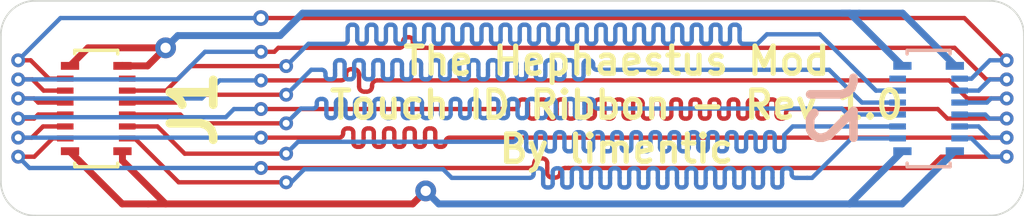
<source format=kicad_pcb>
(kicad_pcb (version 20240108) (generator "pcbnew") (generator_version "8.0")
  (title_block (title "The Hephaestus Mod - Touch ID Ribbon") (date "2024-08-02") (rev "1.0") (company "limentic"))
  (layers (0 "F.Cu" signal) (31 "B.Cu" signal) (34 "B.Paste" user) (35 "F.Paste" user) (36 "B.SilkS" user "B.Silkscreen") (37 "F.SilkS" user "F.Silkscreen") (38 "B.Mask" user) (39 "F.Mask" user) (44 "Edge.Cuts" user))
  (net 0 "")
  (net 1 "Net-(J1-Pad5)")
  (net 2 "Net-(J1-Pad7)")
  (net 3 "Net-(J1-Pad3)")
  (net 4 "Net-(J1-Pad1)")
  (net 5 "Net-(J1-Pad4)")
  (net 6 "Net-(J1-Pad8)")
  (net 7 "Net-(J1-Pad11)")
  (net 8 "Net-(J1-Pad9)")
  (net 9 "Net-(J1-Pad6)")
  (net 10 "Net-(J1-Pad10)")
  (net 11 "Net-(J1-Pad12)")
  (net 12 "VCC")
  (net 13 "GND")
  (footprint "505070-1222:5050701222" (layer "F.Cu") (at 135.89 107.099153 -90)
    (property "Reference" "J1")
    (property "Value" "505070-1222" (hide yes))
  )
  (footprint "505070-1222:5050701222" (layer "B.Cu") (at 160.274 107.099153 -90)
    (property "Reference" "J2")
    (property "Value" "505070-1222" (hide yes))
  )
  (gr_arc (start 133.096 104.944872) (mid 133.388893 104.237765) (end 134.096 103.944872) (stroke (width 0.05)) (layer "Edge.Cuts"))
  (gr_line (start 162.068 110.236) (end 134.096 110.236) (stroke (width 0.05)) (layer "Edge.Cuts"))
  (gr_arc (start 163.068 109.236) (mid 162.775107 109.943107) (end 162.068 110.236) (stroke (width 0.05)) (layer "Edge.Cuts"))
  (gr_arc (start 162.068 103.944872) (mid 162.775117 104.237764) (end 163.068 104.944872) (stroke (width 0.05)) (layer "Edge.Cuts"))
  (gr_arc (start 134.096 110.236) (mid 133.388893 109.943107) (end 133.096 109.236) (stroke (width 0.05)) (layer "Edge.Cuts"))
  (gr_line (start 163.068 104.944872) (end 163.068 109.236) (stroke (width 0.05)) (layer "Edge.Cuts"))
  (gr_line (start 133.096 109.236) (end 133.096 104.944872) (stroke (width 0.05)) (layer "Edge.Cuts"))
  (gr_line (start 134.096 103.944872) (end 162.068 103.944872) (stroke (width 0.05)) (layer "Edge.Cuts"))
  (gr_text "The Hephaestus Mod\nTouch ID Ribbon - Rev 1.0\nBy limentic" (at 151.13 106.992872 0) (layer "F.SilkS") (effects (font (size 0.8 0.8))))
  (segment (start 143.58947 106.123556) (end 143.58947 106.453556) (width 0.127) (layer "F.Cu") (net 1))
  (segment (start 143.20947 106.123556) (end 143.20947 106.097556) (width 0.127) (layer "F.Cu") (net 1))
  (segment (start 143.58947 106.097556) (end 143.58947 106.123556) (width 0.127) (layer "F.Cu") (net 1))
  (segment (start 143.96947 106.453556) (end 143.96947 106.427556) (width 0.127) (layer "F.Cu") (net 1))
  (segment (start 140.716 106.275556) (end 143.05747 106.275556) (width 0.127) (layer "F.Cu") (net 1))
  (segment (start 134.191 106.924153) (end 134.071197 106.80435) (width 0.127) (layer "F.Cu") (net 1))
  (segment (start 144.272 106.275556) (end 160.879488 106.275556) (width 0.127) (layer "F.Cu") (net 1))
  (segment (start 144.19747 106.275556) (end 144.272 106.275556) (width 0.127) (layer "F.Cu") (net 1))
  (segment (start 143.74147 106.605556) (end 143.81747 106.605556) (width 0.127) (layer "F.Cu") (net 1))
  (segment (start 134.191 106.924153) (end 134.982 106.924153) (width 0.127) (layer "F.Cu") (net 1))
  (segment (start 134.071197 106.80435) (end 133.604 106.80435) (width 0.127) (layer "F.Cu") (net 1))
  (segment (start 143.36147 105.945556) (end 143.43747 105.945556) (width 0.127) (layer "F.Cu") (net 1))
  (segment (start 160.879488 106.275556) (end 161.408282 106.80435) (width 0.127) (layer "F.Cu") (net 1))
  (segment (start 161.408282 106.80435) (end 162.56 106.80435) (width 0.127) (layer "F.Cu") (net 1))
  (segment (start 144.12147 106.275556) (end 144.19747 106.275556) (width 0.127) (layer "F.Cu") (net 1))
  (via (at 162.56 106.80435) (size 0.4064) (drill 0.2032) (layers "F.Cu" "B.Cu") (net 1))
  (via (at 140.716 106.275556) (size 0.4064) (drill 0.2032) (layers "F.Cu" "B.Cu") (net 1))
  (via (at 133.604 106.80435) (size 0.4064) (drill 0.2032) (layers "F.Cu" "B.Cu") (net 1))
  (arc (start 143.96947 106.427556) (mid 144.01399 106.320076) (end 144.12147 106.275556) (width 0.127) (layer "F.Cu") (net 1))
  (arc (start 143.43747 105.945556) (mid 143.54495 105.990076) (end 143.58947 106.097556) (width 0.127) (layer "F.Cu") (net 1))
  (arc (start 143.81747 106.605556) (mid 143.92495 106.561036) (end 143.96947 106.453556) (width 0.127) (layer "F.Cu") (net 1))
  (arc (start 143.20947 106.097556) (mid 143.25399 105.990076) (end 143.36147 105.945556) (width 0.127) (layer "F.Cu") (net 1))
  (arc (start 143.05747 106.275556) (mid 143.16495 106.231036) (end 143.20947 106.123556) (width 0.127) (layer "F.Cu") (net 1))
  (arc (start 143.58947 106.453556) (mid 143.63399 106.561036) (end 143.74147 106.605556) (width 0.127) (layer "F.Cu") (net 1))
  (segment (start 162.101203 106.80435) (end 161.9814 106.924153) (width 0.127) (layer "B.Cu") (net 1))
  (segment (start 140.716 106.275556) (end 139.507597 106.275556) (width 0.127) (layer "B.Cu") (net 1))
  (segment (start 139.507597 106.275556) (end 138.978803 106.80435) (width 0.127) (layer "B.Cu") (net 1))
  (segment (start 162.56 106.80435) (end 162.101203 106.80435) (width 0.127) (layer "B.Cu") (net 1))
  (segment (start 161.9814 106.924153) (end 161.182 106.924153) (width 0.127) (layer "B.Cu") (net 1))
  (segment (start 138.978803 106.80435) (end 133.604 106.80435) (width 0.127) (layer "B.Cu") (net 1))
  (segment (start 154.418 106.945756) (end 154.418 107.113756) (width 0.127) (layer "F.Cu") (net 2))
  (segment (start 149.826 107.393756) (end 149.77 107.393756) (width 0.127) (layer "F.Cu") (net 2))
  (segment (start 153.018 107.281756) (end 153.018 107.113756) (width 0.127) (layer "F.Cu") (net 2))
  (segment (start 154.418 107.113756) (end 154.418 107.281756) (width 0.127) (layer "F.Cu") (net 2))
  (segment (start 148.09 107.113756) (end 147.898422 107.113756) (width 0.127) (layer "F.Cu") (net 2))
  (segment (start 134.072 107.393153) (end 134.191 107.274153) (width 0.127) (layer "F.Cu") (net 2))
  (segment (start 149.546 106.833756) (end 149.49 106.833756) (width 0.127) (layer "F.Cu") (net 2))
  (segment (start 134.191 107.274153) (end 134.982 107.274153) (width 0.127) (layer "F.Cu") (net 2))
  (segment (start 153.186 107.393756) (end 153.13 107.393756) (width 0.127) (layer "F.Cu") (net 2))
  (segment (start 148.146 107.113756) (end 148.09 107.113756) (width 0.127) (layer "F.Cu") (net 2))
  (segment (start 151.226 106.833756) (end 151.17 106.833756) (width 0.127) (layer "F.Cu") (net 2))
  (segment (start 156.098 107.225756) (end 156.098 107.281756) (width 0.127) (layer "F.Cu") (net 2))
  (segment (start 149.098 107.113756) (end 149.098 106.945756) (width 0.127) (layer "F.Cu") (net 2))
  (segment (start 148.258 106.945756) (end 148.258 107.001756) (width 0.127) (layer "F.Cu") (net 2))
  (segment (start 152.906 106.833756) (end 152.85 106.833756) (width 0.127) (layer "F.Cu") (net 2))
  (segment (start 148.818 106.945756) (end 148.818 107.113756) (width 0.127) (layer "F.Cu") (net 2))
  (segment (start 150.106 106.833756) (end 150.05 106.833756) (width 0.127) (layer "F.Cu") (net 2))
  (segment (start 162.56 107.393153) (end 160.822 107.393153) (width 0.127) (layer "F.Cu") (net 2))
  (segment (start 149.266 107.393756) (end 149.21 107.393756) (width 0.127) (layer "F.Cu") (net 2))
  (segment (start 152.178 106.945756) (end 152.178 107.113756) (width 0.127) (layer "F.Cu") (net 2))
  (segment (start 154.698 107.113756) (end 154.698 106.945756) (width 0.127) (layer "F.Cu") (net 2))
  (segment (start 151.506 107.393756) (end 151.45 107.393756) (width 0.127) (layer "F.Cu") (net 2))
  (segment (start 155.818 107.281756) (end 155.818 107.225756) (width 0.127) (layer "F.Cu") (net 2))
  (segment (start 150.778 107.281756) (end 150.778 107.113756) (width 0.127) (layer "F.Cu") (net 2))
  (segment (start 153.858 106.945756) (end 153.858 107.113756) (width 0.127) (layer "F.Cu") (net 2))
  (segment (start 153.578 107.281756) (end 153.578 107.113756) (width 0.127) (layer "F.Cu") (net 2))
  (segment (start 150.218 107.281756) (end 150.218 107.113756) (width 0.127) (layer "F.Cu") (net 2))
  (segment (start 152.626 107.393756) (end 152.57 107.393756) (width 0.127) (layer "F.Cu") (net 2))
  (segment (start 153.018 107.113756) (end 153.018 106.945756) (width 0.127) (layer "F.Cu") (net 2))
  (segment (start 160.822 107.393153) (end 160.542603 107.113756) (width 0.127) (layer "F.Cu") (net 2))
  (segment (start 154.586 106.833756) (end 154.53 106.833756) (width 0.127) (layer "F.Cu") (net 2))
  (segment (start 153.298 106.945756) (end 153.298 107.113756) (width 0.127) (layer "F.Cu") (net 2))
  (segment (start 153.746 107.393756) (end 153.69 107.393756) (width 0.127) (layer "F.Cu") (net 2))
  (segment (start 154.698 107.281756) (end 154.698 107.113756) (width 0.127) (layer "F.Cu") (net 2))
  (segment (start 155.538 106.945756) (end 155.538 107.113756) (width 0.127) (layer "F.Cu") (net 2))
  (segment (start 155.818 107.113756) (end 155.818 106.945756) (width 0.127) (layer "F.Cu") (net 2))
  (segment (start 155.258 107.113756) (end 155.258 106.945756) (width 0.127) (layer "F.Cu") (net 2))
  (segment (start 148.706 107.393756) (end 148.65 107.393756) (width 0.127) (layer "F.Cu") (net 2))
  (segment (start 160.542603 107.113756) (end 156.21 107.113756) (width 0.127) (layer "F.Cu") (net 2))
  (segment (start 148.986 106.833756) (end 148.93 106.833756) (width 0.127) (layer "F.Cu") (net 2))
  (segment (start 155.146 106.833756) (end 155.09 106.833756) (width 0.127) (layer "F.Cu") (net 2))
  (segment (start 155.706 106.833756) (end 155.65 106.833756) (width 0.127) (layer "F.Cu") (net 2))
  (segment (start 147.898422 107.113756) (end 140.716 107.113756) (width 0.127) (layer "F.Cu") (net 2))
  (segment (start 154.866 107.393756) (end 154.81 107.393756) (width 0.127) (layer "F.Cu") (net 2))
  (segment (start 151.058 107.113756) (end 151.058 107.281756) (width 0.127) (layer "F.Cu") (net 2))
  (segment (start 155.258 107.281756) (end 155.258 107.113756) (width 0.127) (layer "F.Cu") (net 2))
  (segment (start 151.338 107.113756) (end 151.338 106.945756) (width 0.127) (layer "F.Cu") (net 2))
  (segment (start 149.098 107.281756) (end 149.098 107.113756) (width 0.127) (layer "F.Cu") (net 2))
  (segment (start 149.938 106.945756) (end 149.938 107.113756) (width 0.127) (layer "F.Cu") (net 2))
  (segment (start 155.818 107.225756) (end 155.818 107.113756) (width 0.127) (layer "F.Cu") (net 2))
  (segment (start 150.666 106.833756) (end 150.61 106.833756) (width 0.127) (layer "F.Cu") (net 2))
  (segment (start 133.604 107.393153) (end 134.072 107.393153) (width 0.127) (layer "F.Cu") (net 2))
  (segment (start 150.386 107.393756) (end 150.33 107.393756) (width 0.127) (layer "F.Cu") (net 2))
  (segment (start 153.298 107.113756) (end 153.298 107.281756) (width 0.127) (layer "F.Cu") (net 2))
  (segment (start 152.738 106.945756) (end 152.738 107.113756) (width 0.127) (layer "F.Cu") (net 2))
  (segment (start 150.946 107.393756) (end 150.89 107.393756) (width 0.127) (layer "F.Cu") (net 2))
  (segment (start 152.346 106.833756) (end 152.29 106.833756) (width 0.127) (layer "F.Cu") (net 2))
  (segment (start 152.066 107.393756) (end 152.01 107.393756) (width 0.127) (layer "F.Cu") (net 2))
  (segment (start 152.178 107.113756) (end 152.178 107.281756) (width 0.127) (layer "F.Cu") (net 2))
  (segment (start 155.426 107.393756) (end 155.37 107.393756) (width 0.127) (layer "F.Cu") (net 2))
  (segment (start 154.138 107.281756) (end 154.138 107.113756) (width 0.127) (layer "F.Cu") (net 2))
  (segment (start 151.786 106.833756) (end 151.73 106.833756) (width 0.127) (layer "F.Cu") (net 2))
  (segment (start 154.978 106.945756) (end 154.978 107.113756) (width 0.127) (layer "F.Cu") (net 2))
  (segment (start 151.618 106.945756) (end 151.618 107.113756) (width 0.127) (layer "F.Cu") (net 2))
  (segment (start 148.426 106.833756) (end 148.37 106.833756) (width 0.127) (layer "F.Cu") (net 2))
  (segment (start 149.938 107.113756) (end 149.938 107.281756) (width 0.127) (layer "F.Cu") (net 2))
  (segment (start 152.738 107.113756) (end 152.738 107.281756) (width 0.127) (layer "F.Cu") (net 2))
  (segment (start 151.898 107.113756) (end 151.898 106.945756) (width 0.127) (layer "F.Cu") (net 2))
  (segment (start 153.858 107.113756) (end 153.858 107.281756) (width 0.127) (layer "F.Cu") (net 2))
  (segment (start 149.658 107.113756) (end 149.658 106.945756) (width 0.127) (layer "F.Cu") (net 2))
  (segment (start 151.618 107.113756) (end 151.618 107.281756) (width 0.127) (layer "F.Cu") (net 2))
  (segment (start 151.338 107.281756) (end 151.338 107.113756) (width 0.127) (layer "F.Cu") (net 2))
  (segment (start 154.306 107.393756) (end 154.25 107.393756) (width 0.127) (layer "F.Cu") (net 2))
  (segment (start 153.466 106.833756) (end 153.41 106.833756) (width 0.127) (layer "F.Cu") (net 2))
  (segment (start 155.986 107.393756) (end 155.93 107.393756) (width 0.127) (layer "F.Cu") (net 2))
  (segment (start 149.658 107.281756) (end 149.658 107.113756) (width 0.127) (layer "F.Cu") (net 2))
  (segment (start 148.538 107.113756) (end 148.538 107.001756) (width 0.127) (layer "F.Cu") (net 2))
  (segment (start 149.378 106.945756) (end 149.378 107.113756) (width 0.127) (layer "F.Cu") (net 2))
  (segment (start 154.978 107.113756) (end 154.978 107.281756) (width 0.127) (layer "F.Cu") (net 2))
  (segment (start 148.818 107.113756) (end 148.818 107.281756) (width 0.127) (layer "F.Cu") (net 2))
  (segment (start 150.778 107.113756) (end 150.778 106.945756) (width 0.127) (layer "F.Cu") (net 2))
  (segment (start 155.538 107.113756) (end 155.538 107.281756) (width 0.127) (layer "F.Cu") (net 2))
  (segment (start 150.498 106.945756) (end 150.498 107.113756) (width 0.127) (layer "F.Cu") (net 2))
  (segment (start 149.378 107.113756) (end 149.378 107.281756) (width 0.127) (layer "F.Cu") (net 2))
  (segment (start 151.898 107.281756) (end 151.898 107.113756) (width 0.127) (layer "F.Cu") (net 2))
  (segment (start 150.498 107.113756) (end 150.498 107.281756) (width 0.127) (layer "F.Cu") (net 2))
  (segment (start 154.026 106.833756) (end 153.97 106.833756) (width 0.127) (layer "F.Cu") (net 2))
  (segment (start 151.058 106.945756) (end 151.058 107.113756) (width 0.127) (layer "F.Cu") (net 2))
  (segment (start 153.578 107.113756) (end 153.578 106.945756) (width 0.127) (layer "F.Cu") (net 2))
  (segment (start 152.458 107.113756) (end 152.458 106.945756) (width 0.127) (layer "F.Cu") (net 2))
  (segment (start 152.458 107.281756) (end 152.458 107.113756) (width 0.127) (layer "F.Cu") (net 2))
  (segment (start 154.138 107.113756) (end 154.138 106.945756) (width 0.127) (layer "F.Cu") (net 2))
  (segment (start 150.218 107.113756) (end 150.218 106.945756) (width 0.127) (layer "F.Cu") (net 2))
  (segment (start 148.538 107.281756) (end 148.538 107.113756) (width 0.127) (layer "F.Cu") (net 2))
  (segment (start 148.538 107.001756) (end 148.538 106.945756) (width 0.127) (layer "F.Cu") (net 2))
  (via (at 133.604 107.393153) (size 0.4064) (drill 0.2032) (layers "F.Cu" "B.Cu") (net 2))
  (via (at 162.56 107.393153) (size 0.4064) (drill 0.2032) (layers "F.Cu" "B.Cu") (net 2))
  (via (at 140.716 107.113756) (size 0.4064) (drill 0.2032) (layers "F.Cu" "B.Cu") (net 2))
  (arc (start 156.098 107.281756) (mid 156.065196 107.360952) (end 155.986 107.393756) (width 0.127) (layer "F.Cu") (net 2))
  (arc (start 149.658 106.945756) (mid 149.625196 106.86656) (end 149.546 106.833756) (width 0.127) (layer "F.Cu") (net 2))
  (arc (start 150.218 106.945756) (mid 150.185196 106.86656) (end 150.106 106.833756) (width 0.127) (layer "F.Cu") (net 2))
  (arc (start 152.738 107.281756) (mid 152.705196 107.360952) (end 152.626 107.393756) (width 0.127) (layer "F.Cu") (net 2))
  (arc (start 152.57 107.393756) (mid 152.490804 107.360952) (end 152.458 107.281756) (width 0.127) (layer "F.Cu") (net 2))
  (arc (start 151.338 106.945756) (mid 151.305196 106.86656) (end 151.226 106.833756) (width 0.127) (layer "F.Cu") (net 2))
  (arc (start 148.93 106.833756) (mid 148.850804 106.86656) (end 148.818 106.945756) (width 0.127) (layer "F.Cu") (net 2))
  (arc (start 152.29 106.833756) (mid 152.210804 106.86656) (end 152.178 106.945756) (width 0.127) (layer "F.Cu") (net 2))
  (arc (start 153.41 106.833756) (mid 153.330804 106.86656) (end 153.298 106.945756) (width 0.127) (layer "F.Cu") (net 2))
  (arc (start 150.33 107.393756) (mid 150.250804 107.360952) (end 150.218 107.281756) (width 0.127) (layer "F.Cu") (net 2))
  (arc (start 153.69 107.393756) (mid 153.610804 107.360952) (end 153.578 107.281756) (width 0.127) (layer "F.Cu") (net 2))
  (arc (start 153.13 107.393756) (mid 153.050804 107.360952) (end 153.018 107.281756) (width 0.127) (layer "F.Cu") (net 2))
  (arc (start 155.09 106.833756) (mid 155.010804 106.86656) (end 154.978 106.945756) (width 0.127) (layer "F.Cu") (net 2))
  (arc (start 153.97 106.833756) (mid 153.890804 106.86656) (end 153.858 106.945756) (width 0.127) (layer "F.Cu") (net 2))
  (arc (start 155.65 106.833756) (mid 155.570804 106.86656) (end 155.538 106.945756) (width 0.127) (layer "F.Cu") (net 2))
  (arc (start 152.85 106.833756) (mid 152.770804 106.86656) (end 152.738 106.945756) (width 0.127) (layer "F.Cu") (net 2))
  (arc (start 151.898 106.945756) (mid 151.865196 106.86656) (end 151.786 106.833756) (width 0.127) (layer "F.Cu") (net 2))
  (arc (start 151.058 107.281756) (mid 151.025196 107.360952) (end 150.946 107.393756) (width 0.127) (layer "F.Cu") (net 2))
  (arc (start 154.418 107.281756) (mid 154.385196 107.360952) (end 154.306 107.393756) (width 0.127) (layer "F.Cu") (net 2))
  (arc (start 148.538 106.945756) (mid 148.505196 106.86656) (end 148.426 106.833756) (width 0.127) (layer "F.Cu") (net 2))
  (arc (start 153.018 106.945756) (mid 152.985196 106.86656) (end 152.906 106.833756) (width 0.127) (layer "F.Cu") (net 2))
  (arc (start 149.49 106.833756) (mid 149.410804 106.86656) (end 149.378 106.945756) (width 0.127) (layer "F.Cu") (net 2))
  (arc (start 149.938 107.281756) (mid 149.905196 107.360952) (end 149.826 107.393756) (width 0.127) (layer "F.Cu") (net 2))
  (arc (start 148.818 107.281756) (mid 148.785196 107.360952) (end 148.706 107.393756) (width 0.127) (layer "F.Cu") (net 2))
  (arc (start 151.73 106.833756) (mid 151.650804 106.86656) (end 151.618 106.945756) (width 0.127) (layer "F.Cu") (net 2))
  (arc (start 154.698 106.945756) (mid 154.665196 106.86656) (end 154.586 106.833756) (width 0.127) (layer "F.Cu") (net 2))
  (arc (start 156.21 107.113756) (mid 156.130804 107.14656) (end 156.098 107.225756) (width 0.127) (layer "F.Cu") (net 2))
  (arc (start 154.81 107.393756) (mid 154.730804 107.360952) (end 154.698 107.281756) (width 0.127) (layer "F.Cu") (net 2))
  (arc (start 154.978 107.281756) (mid 154.945196 107.360952) (end 154.866 107.393756) (width 0.127) (layer "F.Cu") (net 2))
  (arc (start 149.77 107.393756) (mid 149.690804 107.360952) (end 149.658 107.281756) (width 0.127) (layer "F.Cu") (net 2))
  (arc (start 150.498 107.281756) (mid 150.465196 107.360952) (end 150.386 107.393756) (width 0.127) (layer "F.Cu") (net 2))
  (arc (start 153.298 107.281756) (mid 153.265196 107.360952) (end 153.186 107.393756) (width 0.127) (layer "F.Cu") (net 2))
  (arc (start 148.65 107.393756) (mid 148.570804 107.360952) (end 148.538 107.281756) (width 0.127) (layer "F.Cu") (net 2))
  (arc (start 152.01 107.393756) (mid 151.930804 107.360952) (end 151.898 107.281756) (width 0.127) (layer "F.Cu") (net 2))
  (arc (start 151.618 107.281756) (mid 151.585196 107.360952) (end 151.506 107.393756) (width 0.127) (layer "F.Cu") (net 2))
  (arc (start 150.778 106.945756) (mid 150.745196 106.86656) (end 150.666 106.833756) (width 0.127) (layer "F.Cu") (net 2))
  (arc (start 153.578 106.945756) (mid 153.545196 106.86656) (end 153.466 106.833756) (width 0.127) (layer "F.Cu") (net 2))
  (arc (start 155.37 107.393756) (mid 155.290804 107.360952) (end 155.258 107.281756) (width 0.127) (layer "F.Cu") (net 2))
  (arc (start 152.178 107.281756) (mid 152.145196 107.360952) (end 152.066 107.393756) (width 0.127) (layer "F.Cu") (net 2))
  (arc (start 153.858 107.281756) (mid 153.825196 107.360952) (end 153.746 107.393756) (width 0.127) (layer "F.Cu") (net 2))
  (arc (start 149.378 107.281756) (mid 149.345196 107.360952) (end 149.266 107.393756) (width 0.127) (layer "F.Cu") (net 2))
  (arc (start 150.05 106.833756) (mid 149.970804 106.86656) (end 149.938 106.945756) (width 0.127) (layer "F.Cu") (net 2))
  (arc (start 148.258 107.001756) (mid 148.225196 107.080952) (end 148.146 107.113756) (width 0.127) (layer "F.Cu") (net 2))
  (arc (start 148.37 106.833756) (mid 148.290804 106.86656) (end 148.258 106.945756) (width 0.127) (layer "F.Cu") (net 2))
  (arc (start 154.138 106.945756) (mid 154.105196 106.86656) (end 154.026 106.833756) (width 0.127) (layer "F.Cu") (net 2))
  (arc (start 155.258 106.945756) (mid 155.225196 106.86656) (end 155.146 106.833756) (width 0.127) (layer "F.Cu") (net 2))
  (arc (start 155.93 107.393756) (mid 155.850804 107.360952) (end 155.818 107.281756) (width 0.127) (layer "F.Cu") (net 2))
  (arc (start 150.89 107.393756) (mid 150.810804 107.360952) (end 150.778 107.281756) (width 0.127) (layer "F.Cu") (net 2))
  (arc (start 155.538 107.281756) (mid 155.505196 107.360952) (end 155.426 107.393756) (width 0.127) (layer "F.Cu") (net 2))
  (arc (start 151.17 106.833756) (mid 151.090804 106.86656) (end 151.058 106.945756) (width 0.127) (layer "F.Cu") (net 2))
  (arc (start 149.21 107.393756) (mid 149.130804 107.360952) (end 149.098 107.281756) (width 0.127) (layer "F.Cu") (net 2))
  (arc (start 151.45 107.393756) (mid 151.370804 107.360952) (end 151.338 107.281756) (width 0.127) (layer "F.Cu") (net 2))
  (arc (start 155.818 106.945756) (mid 155.785196 106.86656) (end 155.706 106.833756) (width 0.127) (layer "F.Cu") (net 2))
  (arc (start 150.61 106.833756) (mid 150.530804 106.86656) (end 150.498 106.945756) (width 0.127) (layer "F.Cu") (net 2))
  (arc (start 154.25 107.393756) (mid 154.170804 107.360952) (end 154.138 107.281756) (width 0.127) (layer "F.Cu") (net 2))
  (arc (start 154.53 106.833756) (mid 154.450804 106.86656) (end 154.418 106.945756) (width 0.127) (layer "F.Cu") (net 2))
  (arc (start 152.458 106.945756) (mid 152.425196 106.86656) (end 152.346 106.833756) (width 0.127) (layer "F.Cu") (net 2))
  (arc (start 149.098 106.945756) (mid 149.065196 106.86656) (end 148.986 106.833756) (width 0.127) (layer "F.Cu") (net 2))
  (segment (start 140.716 107.113756) (end 139.924794 107.113756) (width 0.127) (layer "B.Cu") (net 2))
  (segment (start 161.182 107.274153) (end 161.933 107.274153) (width 0.127) (layer "B.Cu") (net 2))
  (segment (start 139.924794 107.113756) (end 139.685397 107.353153) (width 0.127) (layer "B.Cu") (net 2))
  (segment (start 139.685397 107.353153) (end 133.644 107.353153) (width 0.127) (layer "B.Cu") (net 2))
  (segment (start 133.604164 107.393317) (end 133.604 107.393153) (width 0.127) (layer "B.Cu") (net 2))
  (segment (start 161.933 107.274153) (end 162.052 107.393153) (width 0.127) (layer "B.Cu") (net 2))
  (segment (start 133.644 107.353153) (end 133.604 107.393153) (width 0.127) (layer "B.Cu") (net 2))
  (segment (start 140.708295 107.106051) (end 140.716 107.113756) (width 0.127) (layer "B.Cu") (net 2))
  (segment (start 162.052 107.393153) (end 162.56 107.393153) (width 0.127) (layer "B.Cu") (net 2))
  (segment (start 145.542 105.321153) (end 161.036 105.321153) (width 0.127) (layer "F.Cu") (net 3))
  (segment (start 141.107797 105.437356) (end 141.224 105.321153) (width 0.127) (layer "F.Cu") (net 3))
  (segment (start 134.349 106.574153) (end 134.982 106.574153) (width 0.127) (layer "F.Cu") (net 3))
  (segment (start 134.020394 106.245547) (end 134.349 106.574153) (width 0.127) (layer "F.Cu") (net 3))
  (segment (start 144.996407 105.011153) (end 145.052287 105.011153) (width 0.127) (layer "F.Cu") (net 3))
  (segment (start 145.275807 105.321153) (end 145.331687 105.321153) (width 0.127) (layer "F.Cu") (net 3))
  (segment (start 133.604 106.245547) (end 134.020394 106.245547) (width 0.127) (layer "F.Cu") (net 3))
  (segment (start 161.036 105.321153) (end 161.960394 106.245547) (width 0.127) (layer "F.Cu") (net 3))
  (segment (start 144.884647 105.209393) (end 144.884647 105.122913) (width 0.127) (layer "F.Cu") (net 3))
  (segment (start 140.716 105.437356) (end 141.107797 105.437356) (width 0.127) (layer "F.Cu") (net 3))
  (segment (start 141.224 105.321153) (end 144.772887 105.321153) (width 0.127) (layer "F.Cu") (net 3))
  (segment (start 161.960394 106.245547) (end 162.56 106.245547) (width 0.127) (layer "F.Cu") (net 3))
  (segment (start 145.331687 105.321153) (end 145.542 105.321153) (width 0.127) (layer "F.Cu") (net 3))
  (segment (start 145.164047 105.122913) (end 145.164047 105.209393) (width 0.127) (layer "F.Cu") (net 3))
  (via (at 133.604 106.245547) (size 0.4064) (drill 0.2032) (layers "F.Cu" "B.Cu") (net 3))
  (via (at 140.716 105.437356) (size 0.4064) (drill 0.2032) (layers "F.Cu" "B.Cu") (net 3))
  (via (at 162.56 106.245547) (size 0.4064) (drill 0.2032) (layers "F.Cu" "B.Cu") (net 3))
  (arc (start 144.884647 105.122913) (mid 144.917381 105.043887) (end 144.996407 105.011153) (width 0.127) (layer "F.Cu") (net 3))
  (arc (start 144.772887 105.321153) (mid 144.851913 105.288419) (end 144.884647 105.209393) (width 0.127) (layer "F.Cu") (net 3))
  (arc (start 145.164047 105.209393) (mid 145.196781 105.288419) (end 145.275807 105.321153) (width 0.127) (layer "F.Cu") (net 3))
  (arc (start 145.052287 105.011153) (mid 145.131313 105.043887) (end 145.164047 105.122913) (width 0.127) (layer "F.Cu") (net 3))
  (segment (start 162.068416 106.245547) (end 162.56 106.245547) (width 0.127) (layer "B.Cu") (net 3))
  (segment (start 138.267606 106.245547) (end 133.604 106.245547) (width 0.127) (layer "B.Cu") (net 3))
  (segment (start 139.075797 105.437356) (end 140.716 105.437356) (width 0.127) (layer "B.Cu") (net 3))
  (segment (start 161.182 106.574153) (end 161.73981 106.574153) (width 0.127) (layer "B.Cu") (net 3))
  (segment (start 138.267606 106.245547) (end 139.075797 105.437356) (width 0.127) (layer "B.Cu") (net 3))
  (segment (start 161.73981 106.574153) (end 162.068416 106.245547) (width 0.127) (layer "B.Cu") (net 3))
  (segment (start 133.969591 105.686744) (end 134.507 106.224153) (width 0.127) (layer "F.Cu") (net 4))
  (segment (start 134.507 106.224153) (end 134.982 106.224153) (width 0.127) (layer "F.Cu") (net 4))
  (segment (start 140.712696 104.448451) (end 161.321708 104.448451) (width 0.127) (layer "F.Cu") (net 4))
  (segment (start 133.604 105.686744) (end 133.969591 105.686744) (width 0.127) (layer "F.Cu") (net 4))
  (segment (start 161.321708 104.448451) (end 162.56 105.686744) (width 0.127) (layer "F.Cu") (net 4))
  (via (at 133.604 105.686744) (size 0.4064) (drill 0.2032) (layers "F.Cu" "B.Cu") (net 4))
  (via (at 162.56 105.686744) (size 0.4064) (drill 0.2032) (layers "F.Cu" "B.Cu") (net 4))
  (via (at 140.712696 104.448451) (size 0.4572) (drill 0.254) (layers "F.Cu" "B.Cu") (net 4))
  (segment (start 161.53 106.224153) (end 161.182 106.224153) (width 0.127) (layer "B.Cu") (net 4))
  (segment (start 162.56 105.686744) (end 162.067409 105.686744) (width 0.127) (layer "B.Cu") (net 4))
  (segment (start 162.067409 105.686744) (end 161.53 106.224153) (width 0.127) (layer "B.Cu") (net 4))
  (segment (start 134.842293 104.448451) (end 133.604 105.686744) (width 0.127) (layer "B.Cu") (net 4))
  (segment (start 140.712696 104.448451) (end 134.842293 104.448451) (width 0.127) (layer "B.Cu") (net 4))
  (segment (start 137.939 106.574153) (end 136.797 106.574153) (width 0.127) (layer "F.Cu") (net 5))
  (segment (start 138.656697 105.856456) (end 141.45375 105.856456) (width 0.127) (layer "F.Cu") (net 5))
  (segment (start 138.656697 105.856456) (end 137.939 106.574153) (width 0.127) (layer "F.Cu") (net 5))
  (via (at 141.45375 105.856456) (size 0.4064) (drill 0.2032) (layers "F.Cu" "B.Cu") (net 5))
  (segment (start 159.004 106.574153) (end 159.367 106.574153) (width 0.127) (layer "B.Cu") (net 5))
  (segment (start 147.736 104.756309) (end 147.736 105.092309) (width 0.127) (layer "B.Cu") (net 5))
  (segment (start 151.096 104.756309) (end 151.096 105.092309) (width 0.127) (layer "B.Cu") (net 5))
  (segment (start 150.144 104.644309) (end 150.088 104.644309) (width 0.127) (layer "B.Cu") (net 5))
  (segment (start 151.936 105.092309) (end 151.936 104.756309) (width 0.127) (layer "B.Cu") (net 5))
  (segment (start 146.896 105.092309) (end 146.896 104.756309) (width 0.127) (layer "B.Cu") (net 5))
  (segment (start 154.064 104.644309) (end 154.008 104.644309) (width 0.127) (layer "B.Cu") (net 5))
  (segment (start 143.536 105.092309) (end 143.536 104.756309) (width 0.127) (layer "B.Cu") (net 5))
  (segment (start 152.496 105.092309) (end 152.496 104.756309) (width 0.127) (layer "B.Cu") (net 5))
  (segment (start 143.144 105.204309) (end 142.105897 105.204309) (width 0.127) (layer "B.Cu") (net 5))
  (segment (start 151.264 104.644309) (end 151.208 104.644309) (width 0.127) (layer "B.Cu") (net 5))
  (segment (start 152.104 105.204309) (end 152.048 105.204309) (width 0.127) (layer "B.Cu") (net 5))
  (segment (start 154.176 105.092309) (end 154.176 104.756309) (width 0.127) (layer "B.Cu") (net 5))
  (segment (start 146.504 105.204309) (end 146.448 105.204309) (width 0.127) (layer "B.Cu") (net 5))
  (segment (start 148.296 104.756309) (end 148.296 105.092309) (width 0.127) (layer "B.Cu") (net 5))
  (segment (start 152.384 104.644309) (end 152.328 104.644309) (width 0.127) (layer "B.Cu") (net 5))
  (segment (start 145.776 105.092309) (end 145.776 104.756309) (width 0.127) (layer "B.Cu") (net 5))
  (segment (start 143.816 104.756309) (end 143.816 105.092309) (width 0.127) (layer "B.Cu") (net 5))
  (segment (start 153.224 105.204309) (end 153.168 105.204309) (width 0.127) (layer "B.Cu") (net 5))
  (segment (start 144.544 104.644309) (end 144.488 104.644309) (width 0.127) (layer "B.Cu") (net 5))
  (segment (start 148.856 104.756309) (end 148.856 105.092309) (width 0.127) (layer "B.Cu") (net 5))
  (segment (start 145.944 105.204309) (end 145.888 105.204309) (width 0.127) (layer "B.Cu") (net 5))
  (segment (start 143.256 104.756309) (end 143.256 105.092309) (width 0.127) (layer "B.Cu") (net 5))
  (segment (start 142.105897 105.204309) (end 141.45375 105.856456) (width 0.127) (layer "B.Cu") (net 5))
  (segment (start 146.616 104.756309) (end 146.616 105.092309) (width 0.127) (layer "B.Cu") (net 5))
  (segment (start 149.416 104.756309) (end 149.416 105.092309) (width 0.127) (layer "B.Cu") (net 5))
  (segment (start 152.216 104.756309) (end 152.216 105.092309) (width 0.127) (layer "B.Cu") (net 5))
  (segment (start 155.538 104.924309) (end 155.258 105.204309) (width 0.127) (layer "B.Cu") (net 5))
  (segment (start 153.504 104.644309) (end 153.448 104.644309) (width 0.127) (layer "B.Cu") (net 5))
  (segment (start 145.664 104.644309) (end 145.608 104.644309) (width 0.127) (layer "B.Cu") (net 5))
  (segment (start 147.904 104.644309) (end 147.848 104.644309) (width 0.127) (layer "B.Cu") (net 5))
  (segment (start 149.024 104.644309) (end 148.968 104.644309) (width 0.127) (layer "B.Cu") (net 5))
  (segment (start 145.384 105.204309) (end 145.328 105.204309) (width 0.127) (layer "B.Cu") (net 5))
  (segment (start 154.456 104.756309) (end 154.456 105.092309) (width 0.127) (layer "B.Cu") (net 5))
  (segment (start 146.056 104.756309) (end 146.056 105.092309) (width 0.127) (layer "B.Cu") (net 5))
  (segment (start 144.264 105.204309) (end 144.208 105.204309) (width 0.127) (layer "B.Cu") (net 5))
  (segment (start 150.256 105.092309) (end 150.256 104.756309) (width 0.127) (layer "B.Cu") (net 5))
  (segment (start 155.258 105.204309) (end 154.848 105.204309) (width 0.127) (layer "B.Cu") (net 5))
  (segment (start 148.576 105.092309) (end 148.576 104.756309) (width 0.127) (layer "B.Cu") (net 5))
  (segment (start 154.736819 104.757152) (end 154.736819 104.813152) (width 0.127) (layer "B.Cu") (net 5))
  (segment (start 146.336 105.092309) (end 146.336 104.756309) (width 0.127) (layer "B.Cu") (net 5))
  (segment (start 154.344 105.204309) (end 154.288 105.204309) (width 0.127) (layer "B.Cu") (net 5))
  (segment (start 147.064 105.204309) (end 147.008 105.204309) (width 0.127) (layer "B.Cu") (net 5))
  (segment (start 148.016 105.092309) (end 148.016 104.756309) (width 0.127) (layer "B.Cu") (net 5))
  (segment (start 141.45375 105.856456) (end 141.456526 105.856456) (width 0.127) (layer "B.Cu") (net 5))
  (segment (start 149.136 105.092309) (end 149.136 104.756309) (width 0.127) (layer "B.Cu") (net 5))
  (segment (start 151.656 104.756309) (end 151.656 105.092309) (width 0.127) (layer "B.Cu") (net 5))
  (segment (start 147.624 105.204309) (end 147.568 105.204309) (width 0.127) (layer "B.Cu") (net 5))
  (segment (start 145.216 105.092309) (end 145.216 104.756309) (width 0.127) (layer "B.Cu") (net 5))
  (segment (start 153.616 105.092309) (end 153.616 104.756309) (width 0.127) (layer "B.Cu") (net 5))
  (segment (start 151.544 105.204309) (end 151.488 105.204309) (width 0.127) (layer "B.Cu") (net 5))
  (segment (start 149.584 104.644309) (end 149.528 104.644309) (width 0.127) (layer "B.Cu") (net 5))
  (segment (start 143.424 104.644309) (end 143.368 104.644309) (width 0.127) (layer "B.Cu") (net 5))
  (segment (start 145.104 104.644309) (end 145.048 104.644309) (width 0.127) (layer "B.Cu") (net 5))
  (segment (start 144.824 105.204309) (end 144.768 105.204309) (width 0.127) (layer "B.Cu") (net 5))
  (segment (start 154.736 105.092309) (end 154.736 104.756309) (width 0.127) (layer "B.Cu") (net 5))
  (segment (start 153.784 105.204309) (end 153.728 105.204309) (width 0.127) (layer "B.Cu") (net 5))
  (segment (start 144.656 105.092309) (end 144.656 104.756309) (width 0.127) (layer "B.Cu") (net 5))
  (segment (start 153.056 105.092309) (end 153.056 104.756309) (width 0.127) (layer "B.Cu") (net 5))
  (segment (start 143.984 104.644309) (end 143.928 104.644309) (width 0.127) (layer "B.Cu") (net 5))
  (segment (start 143.704 105.204309) (end 143.648 105.204309) (width 0.127) (layer "B.Cu") (net 5))
  (segment (start 147.344 104.644309) (end 147.288 104.644309) (width 0.127) (layer "B.Cu") (net 5))
  (segment (start 149.696 105.092309) (end 149.696 104.756309) (width 0.127) (layer "B.Cu") (net 5))
  (segment (start 148.464 104.644309) (end 148.408 104.644309) (width 0.127) (layer "B.Cu") (net 5))
  (segment (start 144.096 105.092309) (end 144.096 104.756309) (width 0.127) (layer "B.Cu") (net 5))
  (segment (start 150.816 105.092309) (end 150.816 104.756309) (width 0.127) (layer "B.Cu") (net 5))
  (segment (start 149.864 105.204309) (end 149.808 105.204309) (width 0.127) (layer "B.Cu") (net 5))
  (segment (start 158.733 106.574153) (end 157.083156 104.924309) (width 0.127) (layer "B.Cu") (net 5))
  (segment (start 153.336 104.756309) (end 153.336 105.092309) (width 0.127) (layer "B.Cu") (net 5))
  (segment (start 146.224 104.644309) (end 146.168 104.644309) (width 0.127) (layer "B.Cu") (net 5))
  (segment (start 157.083156 104.924309) (end 155.538 104.924309) (width 0.127) (layer "B.Cu") (net 5))
  (segment (start 144.936 104.756309) (end 144.936 105.092309) (width 0.127) (layer "B.Cu") (net 5))
  (segment (start 151.376 105.092309) (end 151.376 104.756309) (width 0.127) (layer "B.Cu") (net 5))
  (segment (start 150.536 104.756309) (end 150.536 105.092309) (width 0.127) (layer "B.Cu") (net 5))
  (segment (start 149.304 105.204309) (end 149.248 105.204309) (width 0.127) (layer "B.Cu") (net 5))
  (segment (start 147.176 104.756309) (end 147.176 105.092309) (width 0.127) (layer "B.Cu") (net 5))
  (segment (start 149.976 104.756309) (end 149.976 105.092309) (width 0.127) (layer "B.Cu") (net 5))
  (segment (start 154.624 104.644309) (end 154.568 104.644309) (width 0.127) (layer "B.Cu") (net 5))
  (segment (start 146.784 104.644309) (end 146.728 104.644309) (width 0.127) (layer "B.Cu") (net 5))
  (segment (start 158.015303 105.856456) (end 158.733 106.574153) (width 0.127) (layer "B.Cu") (net 5))
  (segment (start 145.496 104.756309) (end 145.496 105.092309) (width 0.127) (layer "B.Cu") (net 5))
  (segment (start 148.184 105.204309) (end 148.128 105.204309) (width 0.127) (layer "B.Cu") (net 5))
  (segment (start 152.664 105.204309) (end 152.608 105.204309) (width 0.127) (layer "B.Cu") (net 5))
  (segment (start 151.824 104.644309) (end 151.768 104.644309) (width 0.127) (layer "B.Cu") (net 5))
  (segment (start 152.776 104.756309) (end 152.776 105.092309) (width 0.127) (layer "B.Cu") (net 5))
  (segment (start 147.456 105.092309) (end 147.456 104.756309) (width 0.127) (layer "B.Cu") (net 5))
  (segment (start 150.704 104.644309) (end 150.648 104.644309) (width 0.127) (layer "B.Cu") (net 5))
  (segment (start 152.944 104.644309) (end 152.888 104.644309) (width 0.127) (layer "B.Cu") (net 5))
  (segment (start 158.733 106.574153) (end 159.004 106.574153) (width 0.127) (layer "B.Cu") (net 5))
  (segment (start 150.984 105.204309) (end 150.928 105.204309) (width 0.127) (layer "B.Cu") (net 5))
  (segment (start 153.896 104.756309) (end 153.896 105.092309) (width 0.127) (layer "B.Cu") (net 5))
  (segment (start 150.424 105.204309) (end 150.368 105.204309) (width 0.127) (layer "B.Cu") (net 5))
  (segment (start 148.744 105.204309) (end 148.688 105.204309) (width 0.127) (layer "B.Cu") (net 5))
  (segment (start 144.376 104.756309) (end 144.376 105.092309) (width 0.127) (layer "B.Cu") (net 5))
  (arc (start 151.768 104.644309) (mid 151.688804 104.677113) (end 151.656 104.756309) (width 0.127) (layer "B.Cu") (net 5))
  (arc (start 145.048 104.644309) (mid 144.968804 104.677113) (end 144.936 104.756309) (width 0.127) (layer "B.Cu") (net 5))
  (arc (start 149.528 104.644309) (mid 149.448804 104.677113) (end 149.416 104.756309) (width 0.127) (layer "B.Cu") (net 5))
  (arc (start 149.696 104.756309) (mid 149.663196 104.677113) (end 149.584 104.644309) (width 0.127) (layer "B.Cu") (net 5))
  (arc (start 145.216 104.756309) (mid 145.183196 104.677113) (end 145.104 104.644309) (width 0.127) (layer "B.Cu") (net 5))
  (arc (start 154.008 104.644309) (mid 153.928804 104.677113) (end 153.896 104.756309) (width 0.127) (layer "B.Cu") (net 5))
  (arc (start 143.928 104.644309) (mid 143.848804 104.677113) (end 143.816 104.756309) (width 0.127) (layer "B.Cu") (net 5))
  (arc (start 145.888 105.204309) (mid 145.808804 105.171505) (end 145.776 105.092309) (width 0.127) (layer "B.Cu") (net 5))
  (arc (start 150.928 105.204309) (mid 150.848804 105.171505) (end 150.816 105.092309) (width 0.127) (layer "B.Cu") (net 5))
  (arc (start 144.768 105.204309) (mid 144.688804 105.171505) (end 144.656 105.092309) (width 0.127) (layer "B.Cu") (net 5))
  (arc (start 145.608 104.644309) (mid 145.528804 104.677113) (end 145.496 104.756309) (width 0.127) (layer "B.Cu") (net 5))
  (arc (start 149.976 105.092309) (mid 149.943196 105.171505) (end 149.864 105.204309) (width 0.127) (layer "B.Cu") (net 5))
  (arc (start 150.536 105.092309) (mid 150.503196 105.171505) (end 150.424 105.204309) (width 0.127) (layer "B.Cu") (net 5))
  (arc (start 148.296 105.092309) (mid 148.263196 105.171505) (end 148.184 105.204309) (width 0.127) (layer "B.Cu") (net 5))
  (arc (start 149.248 105.204309) (mid 149.168804 105.171505) (end 149.136 105.092309) (width 0.127) (layer "B.Cu") (net 5))
  (arc (start 147.176 105.092309) (mid 147.143196 105.171505) (end 147.064 105.204309) (width 0.127) (layer "B.Cu") (net 5))
  (arc (start 147.288 104.644309) (mid 147.208804 104.677113) (end 147.176 104.756309) (width 0.127) (layer "B.Cu") (net 5))
  (arc (start 154.176 104.756309) (mid 154.143196 104.677113) (end 154.064 104.644309) (width 0.127) (layer "B.Cu") (net 5))
  (arc (start 149.416 105.092309) (mid 149.383196 105.171505) (end 149.304 105.204309) (width 0.127) (layer "B.Cu") (net 5))
  (arc (start 153.448 104.644309) (mid 153.368804 104.677113) (end 153.336 104.756309) (width 0.127) (layer "B.Cu") (net 5))
  (arc (start 153.896 105.092309) (mid 153.863196 105.171505) (end 153.784 105.204309) (width 0.127) (layer "B.Cu") (net 5))
  (arc (start 153.728 105.204309) (mid 153.648804 105.171505) (end 153.616 105.092309) (width 0.127) (layer "B.Cu") (net 5))
  (arc (start 152.608 105.204309) (mid 152.528804 105.171505) (end 152.496 105.092309) (width 0.127) (layer "B.Cu") (net 5))
  (arc (start 152.776 105.092309) (mid 152.743196 105.171505) (end 152.664 105.204309) (width 0.127) (layer "B.Cu") (net 5))
  (arc (start 148.856 105.092309) (mid 148.823196 105.171505) (end 148.744 105.204309) (width 0.127) (layer "B.Cu") (net 5))
  (arc (start 148.688 105.204309) (mid 148.608804 105.171505) (end 148.576 105.092309) (width 0.127) (layer "B.Cu") (net 5))
  (arc (start 146.448 105.204309) (mid 146.368804 105.171505) (end 146.336 105.092309) (width 0.127) (layer "B.Cu") (net 5))
  (arc (start 144.656 104.756309) (mid 144.623196 104.677113) (end 144.544 104.644309) (width 0.127) (layer "B.Cu") (net 5))
  (arc (start 154.456 105.092309) (mid 154.423196 105.171505) (end 154.344 105.204309) (width 0.127) (layer "B.Cu") (net 5))
  (arc (start 146.616 105.092309) (mid 146.583196 105.171505) (end 146.504 105.204309) (width 0.127) (layer "B.Cu") (net 5))
  (arc (start 144.376 105.092309) (mid 144.343196 105.171505) (end 144.264 105.204309) (width 0.127) (layer "B.Cu") (net 5))
  (arc (start 144.488 104.644309) (mid 144.408804 104.677113) (end 144.376 104.756309) (width 0.127) (layer "B.Cu") (net 5))
  (arc (start 152.216 105.092309) (mid 152.183196 105.171505) (end 152.104 105.204309) (width 0.127) (layer "B.Cu") (net 5))
  (arc (start 153.616 104.756309) (mid 153.583196 104.677113) (end 153.504 104.644309) (width 0.127) (layer "B.Cu") (net 5))
  (arc (start 151.656 105.092309) (mid 151.623196 105.171505) (end 151.544 105.204309) (width 0.127) (layer "B.Cu") (net 5))
  (arc (start 143.536 104.756309) (mid 143.503196 104.677113) (end 143.424 104.644309) (width 0.127) (layer "B.Cu") (net 5))
  (arc (start 152.496 104.756309) (mid 152.463196 104.677113) (end 152.384 104.644309) (width 0.127) (layer "B.Cu") (net 5))
  (arc (start 153.336 105.092309) (mid 153.303196 105.171505) (end 153.224 105.204309) (width 0.127) (layer "B.Cu") (net 5))
  (arc (start 150.648 104.644309) (mid 150.568804 104.677113) (end 150.536 104.756309) (width 0.127) (layer "B.Cu") (net 5))
  (arc (start 148.408 104.644309) (mid 148.328804 104.677113) (end 148.296 104.756309) (width 0.127) (layer "B.Cu") (net 5))
  (arc (start 143.648 105.204309) (mid 143.568804 105.171505) (end 143.536 105.092309) (width 0.127) (layer "B.Cu") (net 5))
  (arc (start 148.128 105.204309) (mid 148.048804 105.171505) (end 148.016 105.092309) (width 0.127) (layer "B.Cu") (net 5))
  (arc (start 152.328 104.644309) (mid 152.248804 104.677113) (end 152.216 104.756309) (width 0.127) (layer "B.Cu") (net 5))
  (arc (start 143.816 105.092309) (mid 143.783196 105.171505) (end 143.704 105.204309) (width 0.127) (layer "B.Cu") (net 5))
  (arc (start 150.368 105.204309) (mid 150.288804 105.171505) (end 150.256 105.092309) (width 0.127) (layer "B.Cu") (net 5))
  (arc (start 152.888 104.644309) (mid 152.808804 104.677113) (end 152.776 104.756309) (width 0.127) (layer "B.Cu") (net 5))
  (arc (start 144.936 105.092309) (mid 144.903196 105.171505) (end 144.824 105.204309) (width 0.127) (layer "B.Cu") (net 5))
  (arc (start 143.368 104.644309) (mid 143.288804 104.677113) (end 143.256 104.756309) (width 0.127) (layer "B.Cu") (net 5))
  (arc (start 147.568 105.204309) (mid 147.488804 105.171505) (end 147.456 105.092309) (width 0.127) (layer "B.Cu") (net 5))
  (arc (start 153.168 105.204309) (mid 153.088804 105.171505) (end 153.056 105.092309) (width 0.127) (layer "B.Cu") (net 5))
  (arc (start 151.376 104.756309) (mid 151.343196 104.677113) (end 151.264 104.644309) (width 0.127) (layer "B.Cu") (net 5))
  (arc (start 144.208 105.204309) (mid 144.128804 105.171505) (end 144.096 105.092309) (width 0.127) (layer "B.Cu") (net 5))
  (arc (start 154.288 105.204309) (mid 154.208804 105.171505) (end 154.176 105.092309) (width 0.127) (layer "B.Cu") (net 5))
  (arc (start 154.848 105.204309) (mid 154.768804 105.171505) (end 154.736 105.092309) (width 0.127) (layer "B.Cu") (net 5))
  (arc (start 144.096 104.756309) (mid 144.063196 104.677113) (end 143.984 104.644309) (width 0.127) (layer "B.Cu") (net 5))
  (arc (start 151.936 104.756309) (mid 151.903196 104.677113) (end 151.824 104.644309) (width 0.127) (layer "B.Cu") (net 5))
  (arc (start 145.776 104.756309) (mid 145.743196 104.677113) (end 145.664 104.644309) (width 0.127) (layer "B.Cu") (net 5))
  (arc (start 146.896 104.756309) (mid 146.863196 104.677113) (end 146.784 104.644309) (width 0.127) (layer "B.Cu") (net 5))
  (arc (start 149.136 104.756309) (mid 149.103196 104.677113) (end 149.024 104.644309) (width 0.127) (layer "B.Cu") (net 5))
  (arc (start 148.968 104.644309) (mid 148.888804 104.677113) (end 148.856 104.756309) (width 0.127) (layer "B.Cu") (net 5))
  (arc (start 147.456 104.756309) (mid 147.423196 104.677113) (end 147.344 104.644309) (width 0.127) (layer "B.Cu") (net 5))
  (arc (start 146.056 105.092309) (mid 146.023196 105.171505) (end 145.944 105.204309) (width 0.127) (layer "B.Cu") (net 5))
  (arc (start 150.088 104.644309) (mid 150.008804 104.677113) (end 149.976 104.756309) (width 0.127) (layer "B.Cu") (net 5))
  (arc (start 148.576 104.756309) (mid 148.543196 104.677113) (end 148.464 104.644309) (width 0.127) (layer "B.Cu") (net 5))
  (arc (start 152.048 105.204309) (mid 151.968804 105.171505) (end 151.936 105.092309) (width 0.127) (layer "B.Cu") (net 5))
  (arc (start 143.256 105.092309) (mid 143.223196 105.171505) (end 143.144 105.204309) (width 0.127) (layer "B.Cu") (net 5))
  (arc (start 147.736 105.092309) (mid 147.703196 105.171505) (end 147.624 105.204309) (width 0.127) (layer "B.Cu") (net 5))
  (arc (start 150.816 104.756309) (mid 150.783196 104.677113) (end 150.704 104.644309) (width 0.127) (layer "B.Cu") (net 5))
  (arc (start 147.008 105.204309) (mid 146.928804 105.171505) (end 146.896 105.092309) (width 0.127) (layer "B.Cu") (net 5))
  (arc (start 145.328 105.204309) (mid 145.248804 105.171505) (end 145.216 105.092309) (width 0.127) (layer "B.Cu") (net 5))
  (arc (start 145.496 105.092309) (mid 145.463196 105.171505) (end 145.384 105.204309) (width 0.127) (layer "B.Cu") (net 5))
  (arc (start 148.016 104.756309) (mid 147.983196 104.677113) (end 147.904 104.644309) (width 0.127) (layer "B.Cu") (net 5))
  (arc (start 154.568 104.644309) (mid 154.488804 104.677113) (end 154.456 104.756309) (width 0.127) (layer "B.Cu") (net 5))
  (arc (start 146.168 104.644309) (mid 146.088804 104.677113) (end 146.056 104.756309) (width 0.127) (layer "B.Cu") (net 5))
  (arc (start 153.056 104.756309) (mid 153.023196 104.677113) (end 152.944 104.644309) (width 0.127) (layer "B.Cu") (net 5))
  (arc (start 146.728 104.644309) (mid 146.648804 104.677113) (end 146.616 104.756309) (width 0.127) (layer "B.Cu") (net 5))
  (arc (start 151.096 105.092309) (mid 151.063196 105.171505) (end 150.984 105.204309) (width 0.127) (layer "B.Cu") (net 5))
  (arc (start 151.488 105.204309) (mid 151.408804 105.171505) (end 151.376 105.092309) (width 0.127) (layer "B.Cu") (net 5))
  (arc (start 146.336 104.756309) (mid 146.303196 104.677113) (end 146.224 104.644309) (width 0.127) (layer "B.Cu") (net 5))
  (arc (start 149.808 105.204309) (mid 149.728804 105.171505) (end 149.696 105.092309) (width 0.127) (layer "B.Cu") (net 5))
  (arc (start 150.256 104.756309) (mid 150.223196 104.677113) (end 150.144 104.644309) (width 0.127) (layer "B.Cu") (net 5))
  (arc (start 147.848 104.644309) (mid 147.768804 104.677113) (end 147.736 104.756309) (width 0.127) (layer "B.Cu") (net 5))
  (arc (start 154.624819 104.645152) (mid 154.704015 104.677956) (end 154.736819 104.757152) (width 0.127) (layer "B.Cu") (net 5))
  (arc (start 154.736 104.756309) (mid 154.703196 104.677113) (end 154.624 104.644309) (width 0.127) (layer "B.Cu") (net 5))
  (arc (start 151.208 104.644309) (mid 151.128804 104.677113) (end 151.096 104.756309) (width 0.127) (layer "B.Cu") (net 5))
  (segment (start 138.351 107.274153) (end 136.797 107.274153) (width 0.127) (layer "F.Cu") (net 6))
  (segment (start 138.609703 107.532856) (end 138.351 107.274153) (width 0.127) (layer "F.Cu") (net 6))
  (segment (start 138.609703 107.532856) (end 141.45375 107.532856) (width 0.127) (layer "F.Cu") (net 6))
  (via (at 141.45375 107.532856) (size 0.4064) (drill 0.2032) (layers "F.Cu" "B.Cu") (net 6))
  (segment (start 143.192 107.099153) (end 143.192 107.267153) (width 0.127) (layer "B.Cu") (net 6))
  (segment (start 150.024 107.379153) (end 150.08 107.379153) (width 0.127) (layer "B.Cu") (net 6))
  (segment (start 142.912 107.099153) (end 142.912 106.931153) (width 0.127) (layer "B.Cu") (net 6))
  (segment (start 148.344 107.379153) (end 148.4 107.379153) (width 0.127) (layer "B.Cu") (net 6))
  (segment (start 148.064 106.819153) (end 148.12 106.819153) (width 0.127) (layer "B.Cu") (net 6))
  (segment (start 147.224 107.379153) (end 147.28 107.379153) (width 0.127) (layer "B.Cu") (net 6))
  (segment (start 145.992 107.099153) (end 145.992 107.267153) (width 0.127) (layer "B.Cu") (net 6))
  (segment (start 146.552 107.099153) (end 146.552 107.267153) (width 0.127) (layer "B.Cu") (net 6))
  (segment (start 145.152 107.267153) (end 145.152 107.099153) (width 0.127) (layer "B.Cu") (net 6))
  (segment (start 149.912 106.931153) (end 149.912 107.099153) (width 0.127) (layer "B.Cu") (net 6))
  (segment (start 150.876 107.099153) (end 157.734 107.099153) (width 0.127) (layer "B.Cu") (net 6))
  (segment (start 147.112 106.931153) (end 147.112 107.099153) (width 0.127) (layer "B.Cu") (net 6))
  (segment (start 157.909 107.274153) (end 159.367 107.274153) (width 0.127) (layer "B.Cu") (net 6))
  (segment (start 149.744 106.819153) (end 149.8 106.819153) (width 0.127) (layer "B.Cu") (net 6))
  (segment (start 148.512 107.099153) (end 148.512 106.931153) (width 0.127) (layer "B.Cu") (net 6))
  (segment (start 149.632 107.267153) (end 149.632 107.099153) (width 0.127) (layer "B.Cu") (net 6))
  (segment (start 145.152 107.099153) (end 145.152 106.931153) (width 0.127) (layer "B.Cu") (net 6))
  (segment (start 157.734 107.099153) (end 157.909 107.274153) (width 0.127) (layer "B.Cu") (net 6))
  (segment (start 148.512 107.267153) (end 148.512 107.099153) (width 0.127) (layer "B.Cu") (net 6))
  (segment (start 150.192 107.267153) (end 150.192 107.099153) (width 0.127) (layer "B.Cu") (net 6))
  (segment (start 148.624 106.819153) (end 148.68 106.819153) (width 0.127) (layer "B.Cu") (net 6))
  (segment (start 147.784 107.379153) (end 147.84 107.379153) (width 0.127) (layer "B.Cu") (net 6))
  (segment (start 148.232 107.099153) (end 148.232 107.267153) (width 0.127) (layer "B.Cu") (net 6))
  (segment (start 149.464 107.379153) (end 149.52 107.379153) (width 0.127) (layer "B.Cu") (net 6))
  (segment (start 146.832 107.267153) (end 146.832 107.099153) (width 0.127) (layer "B.Cu") (net 6))
  (segment (start 143.304 107.379153) (end 143.36 107.379153) (width 0.127) (layer "B.Cu") (net 6))
  (segment (start 146.832 107.099153) (end 146.832 106.931153) (width 0.127) (layer "B.Cu") (net 6))
  (segment (start 144.592 107.267153) (end 144.592 107.099153) (width 0.127) (layer "B.Cu") (net 6))
  (segment (start 148.792 107.099153) (end 148.792 107.267153) (width 0.127) (layer "B.Cu") (net 6))
  (segment (start 142.632 107.099153) (end 142.632 107.267153) (width 0.127) (layer "B.Cu") (net 6))
  (segment (start 145.544 107.379153) (end 145.6 107.379153) (width 0.127) (layer "B.Cu") (net 6))
  (segment (start 142.352 106.987153) (end 142.352 106.931153) (width 0.127) (layer "B.Cu") (net 6))
  (segment (start 144.144 106.819153) (end 144.2 106.819153) (width 0.127) (layer "B.Cu") (net 6))
  (segment (start 144.312 107.099153) (end 144.312 107.267153) (width 0.127) (layer "B.Cu") (net 6))
  (segment (start 150.584 107.099153) (end 150.64 107.099153) (width 0.127) (layer "B.Cu") (net 6))
  (segment (start 149.632 107.099153) (end 149.632 106.931153) (width 0.127) (layer "B.Cu") (net 6))
  (segment (start 144.592 107.099153) (end 144.592 106.931153) (width 0.127) (layer "B.Cu") (net 6))
  (segment (start 149.072 107.099153) (end 149.072 106.931153) (width 0.127) (layer "B.Cu") (net 6))
  (segment (start 142.912 107.267153) (end 142.912 107.099153) (width 0.127) (layer "B.Cu") (net 6))
  (segment (start 150.192 106.987153) (end 150.192 106.931153) (width 0.127) (layer "B.Cu") (net 6))
  (segment (start 143.472 107.099153) (end 143.472 106.931153) (width 0.127) (layer "B.Cu") (net 6))
  (segment (start 150.192 107.099153) (end 150.192 106.987153) (width 0.127) (layer "B.Cu") (net 6))
  (segment (start 146.104 107.379153) (end 146.16 107.379153) (width 0.127) (layer "B.Cu") (net 6))
  (segment (start 144.872 106.931153) (end 144.872 107.099153) (width 0.127) (layer "B.Cu") (net 6))
  (segment (start 145.264 106.819153) (end 145.32 106.819153) (width 0.127) (layer "B.Cu") (net 6))
  (segment (start 145.712 107.267153) (end 145.712 107.099153) (width 0.127) (layer "B.Cu") (net 6))
  (segment (start 146.552 106.931153) (end 146.552 107.099153) (width 0.127) (layer "B.Cu") (net 6))
  (segment (start 150.64 107.099153) (end 150.876 107.099153) (width 0.127) (layer "B.Cu") (net 6))
  (segment (start 147.112 107.099153) (end 147.112 107.267153) (width 0.127) (layer "B.Cu") (net 6))
  (segment (start 143.192 106.931153) (end 143.192 107.099153) (width 0.127) (layer "B.Cu") (net 6))
  (segment (start 146.272 107.099153) (end 146.272 106.931153) (width 0.127) (layer "B.Cu") (net 6))
  (segment (start 143.472 107.267153) (end 143.472 107.099153) (width 0.127) (layer "B.Cu") (net 6))
  (segment (start 144.872 107.099153) (end 144.872 107.267153) (width 0.127) (layer "B.Cu") (net 6))
  (segment (start 143.752 106.931153) (end 143.752 107.099153) (width 0.127) (layer "B.Cu") (net 6))
  (segment (start 143.752 107.099153) (end 143.752 107.267153) (width 0.127) (layer "B.Cu") (net 6))
  (segment (start 147.672 107.099153) (end 147.672 107.267153) (width 0.127) (layer "B.Cu") (net 6))
  (segment (start 150.472 106.931153) (end 150.472 106.987153) (width 0.127) (layer "B.Cu") (net 6))
  (segment (start 145.992 106.931153) (end 145.992 107.099153) (width 0.127) (layer "B.Cu") (net 6))
  (segment (start 144.032 107.267153) (end 144.032 107.099153) (width 0.127) (layer "B.Cu") (net 6))
  (segment (start 144.984 107.379153) (end 145.04 107.379153) (width 0.127) (layer "B.Cu") (net 6))
  (segment (start 141.887453 107.099153) (end 142.24 107.099153) (width 0.127) (layer "B.Cu") (net 6))
  (segment (start 146.664 107.379153) (end 146.72 107.379153) (width 0.127) (layer "B.Cu") (net 6))
  (segment (start 145.712 107.099153) (end 145.712 106.931153) (width 0.127) (layer "B.Cu") (net 6))
  (segment (start 143.584 106.819153) (end 143.64 106.819153) (width 0.127) (layer "B.Cu") (net 6))
  (segment (start 147.392 107.099153) (end 147.392 106.931153) (width 0.127) (layer "B.Cu") (net 6))
  (segment (start 142.744 107.379153) (end 142.8 107.379153) (width 0.127) (layer "B.Cu") (net 6))
  (segment (start 149.912 107.099153) (end 149.912 107.267153) (width 0.127) (layer "B.Cu") (net 6))
  (segment (start 141.45375 107.532856) (end 141.887453 107.099153) (width 0.127) (layer "B.Cu") (net 6))
  (segment (start 148.792 106.931153) (end 148.792 107.099153) (width 0.127) (layer "B.Cu") (net 6))
  (segment (start 142.632 106.987153) (end 142.632 107.099153) (width 0.127) (layer "B.Cu") (net 6))
  (segment (start 144.032 107.099153) (end 144.032 106.931153) (width 0.127) (layer "B.Cu") (net 6))
  (segment (start 147.392 107.267153) (end 147.392 107.099153) (width 0.127) (layer "B.Cu") (net 6))
  (segment (start 149.184 106.819153) (end 149.24 106.819153) (width 0.127) (layer "B.Cu") (net 6))
  (segment (start 144.424 107.379153) (end 144.48 107.379153) (width 0.127) (layer "B.Cu") (net 6))
  (segment (start 150.304 106.819153) (end 150.36 106.819153) (width 0.127) (layer "B.Cu") (net 6))
  (segment (start 145.432 106.931153) (end 145.432 107.099153) (width 0.127) (layer "B.Cu") (net 6))
  (segment (start 149.352 106.931153) (end 149.352 107.099153) (width 0.127) (layer "B.Cu") (net 6))
  (segment (start 145.432 107.099153) (end 145.432 107.267153) (width 0.127) (layer "B.Cu") (net 6))
  (segment (start 145.824 106.819153) (end 145.88 106.819153) (width 0.127) (layer "B.Cu") (net 6))
  (segment (start 147.952 107.099153) (end 147.952 106.931153) (width 0.127) (layer "B.Cu") (net 6))
  (segment (start 148.904 107.379153) (end 148.96 107.379153) (width 0.127) (layer "B.Cu") (net 6))
  (segment (start 146.384 106.819153) (end 146.44 106.819153) (width 0.127) (layer "B.Cu") (net 6))
  (segment (start 146.272 107.267153) (end 146.272 107.099153) (width 0.127) (layer "B.Cu") (net 6))
  (segment (start 143.024 106.819153) (end 143.08 106.819153) (width 0.127) (layer "B.Cu") (net 6))
  (segment (start 144.704 106.819153) (end 144.76 106.819153) (width 0.127) (layer "B.Cu") (net 6))
  (segment (start 147.672 106.931153) (end 147.672 107.099153) (width 0.127) (layer "B.Cu") (net 6))
  (segment (start 149.072 107.267153) (end 149.072 107.099153) (width 0.127) (layer "B.Cu") (net 6))
  (segment (start 147.952 107.267153) (end 147.952 107.099153) (width 0.127) (layer "B.Cu") (net 6))
  (segment (start 146.944 106.819153) (end 147 106.819153) (width 0.127) (layer "B.Cu") (net 6))
  (segment (start 142.632 106.931153) (end 142.632 106.987153) (width 0.127) (layer "B.Cu") (net 6))
  (segment (start 149.352 107.099153) (end 149.352 107.267153) (width 0.127) (layer "B.Cu") (net 6))
  (segment (start 143.864 107.379153) (end 143.92 107.379153) (width 0.127) (layer "B.Cu") (net 6))
  (segment (start 142.464 106.819153) (end 142.52 106.819153) (width 0.127) (layer "B.Cu") (net 6))
  (segment (start 147.504 106.819153) (end 147.56 106.819153) (width 0.127) (layer "B.Cu") (net 6))
  (segment (start 148.232 106.931153) (end 148.232 107.099153) (width 0.127) (layer "B.Cu") (net 6))
  (segment (start 144.312 106.931153) (end 144.312 107.099153) (width 0.127) (layer "B.Cu") (net 6))
  (arc (start 147.672 107.267153) (mid 147.704804 107.346349) (end 147.784 107.379153) (width 0.127) (layer "B.Cu") (net 6))
  (arc (start 149.24 106.819153) (mid 149.319196 106.851957) (end 149.352 106.931153) (width 0.127) (layer "B.Cu") (net 6))
  (arc (start 149.912 107.267153) (mid 149.944804 107.346349) (end 150.024 107.379153) (width 0.127) (layer "B.Cu") (net 6))
  (arc (start 144.76 106.819153) (mid 144.839196 106.851957) (end 144.872 106.931153) (width 0.127) (layer "B.Cu") (net 6))
  (arc (start 148.12 106.819153) (mid 148.199196 106.851957) (end 148.232 106.931153) (width 0.127) (layer "B.Cu") (net 6))
  (arc (start 149.352 107.267153) (mid 149.384804 107.346349) (end 149.464 107.379153) (width 0.127) (layer "B.Cu") (net 6))
  (arc (start 146.552 107.267153) (mid 146.584804 107.346349) (end 146.664 107.379153) (width 0.127) (layer "B.Cu") (net 6))
  (arc (start 142.912 106.931153) (mid 142.944804 106.851957) (end 143.024 106.819153) (width 0.127) (layer "B.Cu") (net 6))
  (arc (start 145.432 107.267153) (mid 145.464804 107.346349) (end 145.544 107.379153) (width 0.127) (layer "B.Cu") (net 6))
  (arc (start 148.96 107.379153) (mid 149.039196 107.346349) (end 149.072 107.267153) (width 0.127) (layer "B.Cu") (net 6))
  (arc (start 145.04 107.379153) (mid 145.119196 107.346349) (end 145.152 107.267153) (width 0.127) (layer "B.Cu") (net 6))
  (arc (start 144.312 107.267153) (mid 144.344804 107.346349) (end 144.424 107.379153) (width 0.127) (layer "B.Cu") (net 6))
  (arc (start 149.632 106.931153) (mid 149.664804 106.851957) (end 149.744 106.819153) (width 0.127) (layer "B.Cu") (net 6))
  (arc (start 148.68 106.819153) (mid 148.759196 106.851957) (end 148.792 106.931153) (width 0.127) (layer "B.Cu") (net 6))
  (arc (start 142.24 107.099153) (mid 142.319196 107.066349) (end 142.352 106.987153) (width 0.127) (layer "B.Cu") (net 6))
  (arc (start 143.472 106.931153) (mid 143.504804 106.851957) (end 143.584 106.819153) (width 0.127) (layer "B.Cu") (net 6))
  (arc (start 144.872 107.267153) (mid 144.904804 107.346349) (end 144.984 107.379153) (width 0.127) (layer "B.Cu") (net 6))
  (arc (start 147.56 106.819153) (mid 147.639196 106.851957) (end 147.672 106.931153) (width 0.127) (layer "B.Cu") (net 6))
  (arc (start 142.52 106.819153) (mid 142.599196 106.851957) (end 142.632 106.931153) (width 0.127) (layer "B.Cu") (net 6))
  (arc (start 142.632 107.267153) (mid 142.664804 107.346349) (end 142.744 107.379153) (width 0.127) (layer "B.Cu") (net 6))
  (arc (start 149.8 106.819153) (mid 149.879196 106.851957) (end 149.912 106.931153) (width 0.127) (layer "B.Cu") (net 6))
  (arc (start 150.192 106.931153) (mid 150.224804 106.851957) (end 150.304 106.819153) (width 0.127) (layer "B.Cu") (net 6))
  (arc (start 143.192 107.267153) (mid 143.224804 107.346349) (end 143.304 107.379153) (width 0.127) (layer "B.Cu") (net 6))
  (arc (start 147.952 106.931153) (mid 147.984804 106.851957) (end 148.064 106.819153) (width 0.127) (layer "B.Cu") (net 6))
  (arc (start 147 106.819153) (mid 147.079196 106.851957) (end 147.112 106.931153) (width 0.127) (layer "B.Cu") (net 6))
  (arc (start 145.32 106.819153) (mid 145.399196 106.851957) (end 145.432 106.931153) (width 0.127) (layer "B.Cu") (net 6))
  (arc (start 145.992 107.267153) (mid 146.024804 107.346349) (end 146.104 107.379153) (width 0.127) (layer "B.Cu") (net 6))
  (arc (start 145.88 106.819153) (mid 145.959196 106.851957) (end 145.992 106.931153) (width 0.127) (layer "B.Cu") (net 6))
  (arc (start 143.64 106.819153) (mid 143.719196 106.851957) (end 143.752 106.931153) (width 0.127) (layer "B.Cu") (net 6))
  (arc (start 142.8 107.379153) (mid 142.879196 107.346349) (end 142.912 107.267153) (width 0.127) (layer "B.Cu") (net 6))
  (arc (start 145.6 107.379153) (mid 145.679196 107.346349) (end 145.712 107.267153) (width 0.127) (layer "B.Cu") (net 6))
  (arc (start 143.752 107.267153) (mid 143.784804 107.346349) (end 143.864 107.379153) (width 0.127) (layer "B.Cu") (net 6))
  (arc (start 147.112 107.267153) (mid 147.144804 107.346349) (end 147.224 107.379153) (width 0.127) (layer "B.Cu") (net 6))
  (arc (start 149.072 106.931153) (mid 149.104804 106.851957) (end 149.184 106.819153) (width 0.127) (layer "B.Cu") (net 6))
  (arc (start 143.92 107.379153) (mid 143.999196 107.346349) (end 144.032 107.267153) (width 0.127) (layer "B.Cu") (net 6))
  (arc (start 148.232 107.267153) (mid 148.264804 107.346349) (end 148.344 107.379153) (width 0.127) (layer "B.Cu") (net 6))
  (arc (start 150.08 107.379153) (mid 150.159196 107.346349) (end 150.192 107.267153) (width 0.127) (layer "B.Cu") (net 6))
  (arc (start 147.28 107.379153) (mid 147.359196 107.346349) (end 147.392 107.267153) (width 0.127) (layer "B.Cu") (net 6))
  (arc (start 146.832 106.931153) (mid 146.864804 106.851957) (end 146.944 106.819153) (width 0.127) (layer "B.Cu") (net 6))
  (arc (start 146.44 106.819153) (mid 146.519196 106.851957) (end 146.552 106.931153) (width 0.127) (layer "B.Cu") (net 6))
  (arc (start 146.72 107.379153) (mid 146.799196 107.346349) (end 146.832 107.267153) (width 0.127) (layer "B.Cu") (net 6))
  (arc (start 148.4 107.379153) (mid 148.479196 107.346349) (end 148.512 107.267153) (width 0.127) (layer "B.Cu") (net 6))
  (arc (start 143.08 106.819153) (mid 143.159196 106.851957) (end 143.192 106.931153) (width 0.127) (layer "B.Cu") (net 6))
  (arc (start 145.712 106.931153) (mid 145.744804 106.851957) (end 145.824 106.819153) (width 0.127) (layer "B.Cu") (net 6))
  (arc (start 150.36 106.819153) (mid 150.439196 106.851957) (end 150.472 106.931153) (width 0.127) (layer "B.Cu") (net 6))
  (arc (start 148.792 107.267153) (mid 148.824804 107.346349) (end 148.904 107.379153) (width 0.127) (layer "B.Cu") (net 6))
  (arc (start 150.472 106.987153) (mid 150.504804 107.066349) (end 150.584 107.099153) (width 0.127) (layer "B.Cu") (net 6))
  (arc (start 149.52 107.379153) (mid 149.599196 107.346349) (end 149.632 107.267153) (width 0.127) (layer "B.Cu") (net 6))
  (arc (start 144.032 106.931153) (mid 144.064804 106.851957) (end 144.144 106.819153) (width 0.127) (layer "B.Cu") (net 6))
  (arc (start 144.592 106.931153) (mid 144.624804 106.851957) (end 144.704 106.819153) (width 0.127) (layer "B.Cu") (net 6))
  (arc (start 144.48 107.379153) (mid 144.559196 107.346349) (end 144.592 107.267153) (width 0.127) (layer "B.Cu") (net 6))
  (arc (start 145.152 106.931153) (mid 145.184804 106.851957) (end 145.264 106.819153) (width 0.127) (layer "B.Cu") (net 6))
  (arc (start 142.352 106.931153) (mid 142.384804 106.851957) (end 142.464 106.819153) (width 0.127) (layer "B.Cu") (net 6))
  (arc (start 143.36 107.379153) (mid 143.439196 107.346349) (end 143.472 107.267153) (width 0.127) (layer "B.Cu") (net 6))
  (arc (start 144.2 106.819153) (mid 144.279196 106.851957) (end 144.312 106.931153) (width 0.127) (layer "B.Cu") (net 6))
  (arc (start 146.16 107.379153) (mid 146.239196 107.346349) (end 146.272 107.267153) (width 0.127) (layer "B.Cu") (net 6))
  (arc (start 147.392 106.931153) (mid 147.424804 106.851957) (end 147.504 106.819153) (width 0.127) (layer "B.Cu") (net 6))
  (arc (start 148.512 106.931153) (mid 148.544804 106.851957) (end 148.624 106.819153) (width 0.127) (layer "B.Cu") (net 6))
  (arc (start 147.84 107.379153) (mid 147.919196 107.346349) (end 147.952 107.267153) (width 0.127) (layer "B.Cu") (net 6))
  (arc (start 146.272 106.931153) (mid 146.304804 106.851957) (end 146.384 106.819153) (width 0.127) (layer "B.Cu") (net 6))
  (segment (start 140.716 108.840881) (end 148.582161 108.840881) (width 0.127) (layer "F.Cu") (net 7))
  (segment (start 149.622161 108.840881) (end 149.722161 108.840881) (width 0.127) (layer "F.Cu") (net 7))
  (segment (start 149.722161 108.840881) (end 149.86 108.840881) (width 0.127) (layer "F.Cu") (net 7))
  (segment (start 149.102161 108.840881) (end 149.102161 108.980881) (width 0.127) (layer "F.Cu") (net 7))
  (segment (start 134.075894 108.510759) (end 134.6125 107.974153) (width 0.127) (layer "F.Cu") (net 7))
  (segment (start 133.604 108.510759) (end 134.075894 108.510759) (width 0.127) (layer "F.Cu") (net 7))
  (segment (start 134.6125 107.974153) (end 134.982 107.974153) (width 0.127) (layer "F.Cu") (net 7))
  (segment (start 148.862161 108.560881) (end 148.962161 108.560881) (width 0.127) (layer "F.Cu") (net 7))
  (segment (start 149.242161 109.120881) (end 149.342161 109.120881) (width 0.127) (layer "F.Cu") (net 7))
  (segment (start 149.86 108.840881) (end 160.310272 108.840881) (width 0.127) (layer "F.Cu") (net 7))
  (segment (start 149.102161 108.700881) (end 149.102161 108.840881) (width 0.127) (layer "F.Cu") (net 7))
  (segment (start 160.640394 108.510759) (end 162.56 108.510759) (width 0.127) (layer "F.Cu") (net 7))
  (segment (start 160.310272 108.840881) (end 160.640394 108.510759) (width 0.127) (layer "F.Cu") (net 7))
  (via (at 162.56 108.510759) (size 0.4064) (drill 0.2032) (layers "F.Cu" "B.Cu") (net 7))
  (via (at 140.716 108.840881) (size 0.4064) (drill 0.2032) (layers "F.Cu" "B.Cu") (net 7))
  (via (at 133.604 108.510759) (size 0.4064) (drill 0.2032) (layers "F.Cu" "B.Cu") (net 7))
  (arc (start 148.962161 108.560881) (mid 149.061156 108.601886) (end 149.102161 108.700881) (width 0.127) (layer "F.Cu") (net 7))
  (arc (start 149.482161 108.980881) (mid 149.523166 108.881886) (end 149.622161 108.840881) (width 0.127) (layer "F.Cu") (net 7))
  (arc (start 148.582161 108.840881) (mid 148.681156 108.799876) (end 148.722161 108.700881) (width 0.127) (layer "F.Cu") (net 7))
  (arc (start 149.102161 108.980881) (mid 149.143166 109.079876) (end 149.242161 109.120881) (width 0.127) (layer "F.Cu") (net 7))
  (arc (start 148.722161 108.700881) (mid 148.763166 108.601886) (end 148.862161 108.560881) (width 0.127) (layer "F.Cu") (net 7))
  (arc (start 149.342161 109.120881) (mid 149.441156 109.079876) (end 149.482161 108.980881) (width 0.127) (layer "F.Cu") (net 7))
  (segment (start 161.53 107.974153) (end 162.066606 108.510759) (width 0.127) (layer "B.Cu") (net 7))
  (segment (start 133.934122 108.840881) (end 133.604 108.510759) (width 0.127) (layer "B.Cu") (net 7))
  (segment (start 161.182 107.974153) (end 161.53 107.974153) (width 0.127) (layer "B.Cu") (net 7))
  (segment (start 162.066606 108.510759) (end 162.56 108.510759) (width 0.127) (layer "B.Cu") (net 7))
  (segment (start 140.716 108.840881) (end 133.934122 108.840881) (width 0.127) (layer "B.Cu") (net 7))
  (segment (start 145.822 107.951956) (end 145.822 108.071956) (width 0.127) (layer "F.Cu") (net 8))
  (segment (start 143.422 107.831956) (end 143.422 107.951956) (width 0.127) (layer "F.Cu") (net 8))
  (segment (start 144.622 107.801956) (end 144.622 107.951956) (width 0.127) (layer "F.Cu") (net 8))
  (segment (start 144.922 108.101956) (end 144.922 107.951956) (width 0.127) (layer "F.Cu") (net 8))
  (segment (start 144.022 107.801956) (end 144.022 107.951956) (width 0.127) (layer "F.Cu") (net 8))
  (segment (start 146.122 108.101956) (end 146.122 108.071956) (width 0.127) (layer "F.Cu") (net 8))
  (segment (start 145.522 107.951956) (end 145.522 107.801956) (width 0.127) (layer "F.Cu") (net 8))
  (segment (start 144.922 107.951956) (end 144.922 107.801956) (width 0.127) (layer "F.Cu") (net 8))
  (segment (start 143.122 107.831956) (end 143.122 107.801956) (width 0.127) (layer "F.Cu") (net 8))
  (segment (start 143.722 107.951956) (end 143.722 107.801956) (width 0.127) (layer "F.Cu") (net 8))
  (segment (start 145.642 107.681956) (end 145.702 107.681956) (width 0.127) (layer "F.Cu") (net 8))
  (segment (start 145.942 108.221956) (end 146.002 108.221956) (width 0.127) (layer "F.Cu") (net 8))
  (segment (start 146.558 107.951956) (end 162.56 107.951956) (width 0.127) (layer "F.Cu") (net 8))
  (segment (start 144.622 107.951956) (end 144.622 108.101956) (width 0.127) (layer "F.Cu") (net 8))
  (segment (start 144.742 108.221956) (end 144.802 108.221956) (width 0.127) (layer "F.Cu") (net 8))
  (segment (start 145.222 107.801956) (end 145.222 107.951956) (width 0.127) (layer "F.Cu") (net 8))
  (segment (start 143.422 107.801956) (end 143.422 107.831956) (width 0.127) (layer "F.Cu") (net 8))
  (segment (start 145.822 108.071956) (end 145.822 108.101956) (width 0.127) (layer "F.Cu") (net 8))
  (segment (start 143.842 107.681956) (end 143.902 107.681956) (width 0.127) (layer "F.Cu") (net 8))
  (segment (start 134.331184 107.624153) (end 134.982 107.624153) (width 0.127) (layer "F.Cu") (net 8))
  (segment (start 144.022 107.951956) (end 144.022 108.101956) (width 0.127) (layer "F.Cu") (net 8))
  (segment (start 144.142 108.221956) (end 144.202 108.221956) (width 0.127) (layer "F.Cu") (net 8))
  (segment (start 140.716 107.951956) (end 143.002 107.951956) (width 0.127) (layer "F.Cu") (net 8))
  (segment (start 143.542 108.221956) (end 143.602 108.221956) (width 0.127) (layer "F.Cu") (net 8))
  (segment (start 133.604 107.951956) (end 134.003381 107.951956) (width 0.127) (layer "F.Cu") (net 8))
  (segment (start 144.322 107.951956) (end 144.322 107.801956) (width 0.127) (layer "F.Cu") (net 8))
  (segment (start 146.242 107.951956) (end 146.302 107.951956) (width 0.127) (layer "F.Cu") (net 8))
  (segment (start 143.242 107.681956) (end 143.302 107.681956) (width 0.127) (layer "F.Cu") (net 8))
  (segment (start 134.003381 107.951956) (end 134.331184 107.624153) (width 0.127) (layer "F.Cu") (net 8))
  (segment (start 143.722 108.101956) (end 143.722 107.951956) (width 0.127) (layer "F.Cu") (net 8))
  (segment (start 144.322 108.101956) (end 144.322 107.951956) (width 0.127) (layer "F.Cu") (net 8))
  (segment (start 143.422 107.951956) (end 143.422 108.101956) (width 0.127) (layer "F.Cu") (net 8))
  (segment (start 145.822 107.801956) (end 145.822 107.951956) (width 0.127) (layer "F.Cu") (net 8))
  (segment (start 145.342 108.221956) (end 145.402 108.221956) (width 0.127) (layer "F.Cu") (net 8))
  (segment (start 145.522 108.101956) (end 145.522 107.951956) (width 0.127) (layer "F.Cu") (net 8))
  (segment (start 146.302 107.951956) (end 146.558 107.951956) (width 0.127) (layer "F.Cu") (net 8))
  (segment (start 145.222 107.951956) (end 145.222 108.101956) (width 0.127) (layer "F.Cu") (net 8))
  (segment (start 144.442 107.681956) (end 144.502 107.681956) (width 0.127) (layer "F.Cu") (net 8))
  (segment (start 145.042 107.681956) (end 145.102 107.681956) (width 0.127) (layer "F.Cu") (net 8))
  (via (at 162.56 107.951956) (size 0.4064) (drill 0.2032) (layers "F.Cu" "B.Cu") (net 8))
  (via (at 140.716 107.951956) (size 0.4064) (drill 0.2032) (layers "F.Cu" "B.Cu") (net 8))
  (via (at 133.604 107.951956) (size 0.4064) (drill 0.2032) (layers "F.Cu" "B.Cu") (net 8))
  (arc (start 144.622 108.101956) (mid 144.657147 108.186809) (end 144.742 108.221956) (width 0.127) (layer "F.Cu") (net 8))
  (arc (start 143.302 107.681956) (mid 143.386853 107.717103) (end 143.422 107.801956) (width 0.127) (layer "F.Cu") (net 8))
  (arc (start 144.322 107.801956) (mid 144.357147 107.717103) (end 144.442 107.681956) (width 0.127) (layer "F.Cu") (net 8))
  (arc (start 143.722 107.801956) (mid 143.757147 107.717103) (end 143.842 107.681956) (width 0.127) (layer "F.Cu") (net 8))
  (arc (start 143.422 108.101956) (mid 143.457147 108.186809) (end 143.542 108.221956) (width 0.127) (layer "F.Cu") (net 8))
  (arc (start 145.702 107.681956) (mid 145.786853 107.717103) (end 145.822 107.801956) (width 0.127) (layer "F.Cu") (net 8))
  (arc (start 143.602 108.221956) (mid 143.686853 108.186809) (end 143.722 108.101956) (width 0.127) (layer "F.Cu") (net 8))
  (arc (start 143.002 107.951956) (mid 143.086853 107.916809) (end 143.122 107.831956) (width 0.127) (layer "F.Cu") (net 8))
  (arc (start 145.102 107.681956) (mid 145.186853 107.717103) (end 145.222 107.801956) (width 0.127) (layer "F.Cu") (net 8))
  (arc (start 144.022 108.101956) (mid 144.057147 108.186809) (end 144.142 108.221956) (width 0.127) (layer "F.Cu") (net 8))
  (arc (start 144.202 108.221956) (mid 144.286853 108.186809) (end 144.322 108.101956) (width 0.127) (layer "F.Cu") (net 8))
  (arc (start 146.002 108.221956) (mid 146.086853 108.186809) (end 146.122 108.101956) (width 0.127) (layer "F.Cu") (net 8))
  (arc (start 143.902 107.681956) (mid 143.986853 107.717103) (end 144.022 107.801956) (width 0.127) (layer "F.Cu") (net 8))
  (arc (start 143.122 107.801956) (mid 143.157147 107.717103) (end 143.242 107.681956) (width 0.127) (layer "F.Cu") (net 8))
  (arc (start 145.402 108.221956) (mid 145.486853 108.186809) (end 145.522 108.101956) (width 0.127) (layer "F.Cu") (net 8))
  (arc (start 144.802 108.221956) (mid 144.886853 108.186809) (end 144.922 108.101956) (width 0.127) (layer "F.Cu") (net 8))
  (arc (start 145.222 108.101956) (mid 145.257147 108.186809) (end 145.342 108.221956) (width 0.127) (layer "F.Cu") (net 8))
  (arc (start 144.922 107.801956) (mid 144.957147 107.717103) (end 145.042 107.681956) (width 0.127) (layer "F.Cu") (net 8))
  (arc (start 144.502 107.681956) (mid 144.586853 107.717103) (end 144.622 107.801956) (width 0.127) (layer "F.Cu") (net 8))
  (arc (start 145.822 108.101956) (mid 145.857147 108.186809) (end 145.942 108.221956) (width 0.127) (layer "F.Cu") (net 8))
  (arc (start 145.522 107.801956) (mid 145.557147 107.717103) (end 145.642 107.681956) (width 0.127) (layer "F.Cu") (net 8))
  (arc (start 146.122 108.071956) (mid 146.157147 107.987103) (end 146.242 107.951956) (width 0.127) (layer "F.Cu") (net 8))
  (segment (start 161.73981 107.624153) (end 161.182 107.624153) (width 0.127) (layer "B.Cu") (net 8))
  (segment (start 133.604175 107.952131) (end 133.604 107.951956) (width 0.127) (layer "B.Cu") (net 8))
  (segment (start 162.067613 107.951956) (end 162.56 107.951956) (width 0.127) (layer "B.Cu") (net 8))
  (segment (start 161.73981 107.624153) (end 162.067613 107.951956) (width 0.127) (layer "B.Cu") (net 8))
  (segment (start 133.604 107.951956) (end 140.716 107.951956) (width 0.127) (layer "B.Cu") (net 8))
  (segment (start 138.580754 106.694656) (end 138.351257 106.924153) (width 0.127) (layer "F.Cu") (net 9))
  (segment (start 138.351257 106.924153) (end 136.797 106.924153) (width 0.127) (layer "F.Cu") (net 9))
  (segment (start 138.580754 106.694656) (end 141.45375 106.694656) (width 0.127) (layer "F.Cu") (net 9))
  (via (at 141.45375 106.694656) (size 0.4064) (drill 0.2032) (layers "F.Cu" "B.Cu") (net 9))
  (segment (start 147.086 105.964086) (end 147.086 106.132086) (width 0.127) (layer "B.Cu") (net 9))
  (segment (start 147.366 105.964086) (end 147.366 105.796086) (width 0.127) (layer "B.Cu") (net 9))
  (segment (start 149.158 105.684086) (end 149.214 105.684086) (width 0.127) (layer "B.Cu") (net 9))
  (segment (start 143.446 106.132086) (end 143.446 105.964086) (width 0.127) (layer "B.Cu") (net 9))
  (segment (start 148.038 105.684086) (end 148.094 105.684086) (width 0.127) (layer "B.Cu") (net 9))
  (segment (start 150.166 105.964086) (end 150.166 105.852086) (width 0.127) (layer "B.Cu") (net 9))
  (segment (start 144.286 105.796086) (end 144.286 105.964086) (width 0.127) (layer "B.Cu") (net 9))
  (segment (start 149.326 105.964086) (end 149.326 106.132086) (width 0.127) (layer "B.Cu") (net 9))
  (segment (start 146.918 105.684086) (end 146.974 105.684086) (width 0.127) (layer "B.Cu") (net 9))
  (segment (start 145.406 105.964086) (end 145.406 106.132086) (width 0.127) (layer "B.Cu") (net 9))
  (segment (start 144.118 105.684086) (end 144.174 105.684086) (width 0.127) (layer "B.Cu") (net 9))
  (segment (start 149.718 105.684086) (end 149.774 105.684086) (width 0.127) (layer "B.Cu") (net 9))
  (segment (start 142.886 106.132086) (end 142.886 106.076086) (width 0.127) (layer "B.Cu") (net 9))
  (segment (start 146.806 105.964086) (end 146.806 105.796086) (width 0.127) (layer "B.Cu") (net 9))
  (segment (start 149.606 106.132086) (end 149.606 105.964086) (width 0.127) (layer "B.Cu") (net 9))
  (segment (start 147.758 106.244086) (end 147.814 106.244086) (width 0.127) (layer "B.Cu") (net 9))
  (segment (start 148.486 106.132086) (end 148.486 105.964086) (width 0.127) (layer "B.Cu") (net 9))
  (segment (start 143.726 105.796086) (end 143.726 105.964086) (width 0.127) (layer "B.Cu") (net 9))
  (segment (start 145.126 105.964086) (end 145.126 105.796086) (width 0.127) (layer "B.Cu") (net 9))
  (segment (start 142.718 106.244086) (end 142.774 106.244086) (width 0.127) (layer "B.Cu") (net 9))
  (segment (start 142.606 106.076086) (end 142.606 106.132086) (width 0.127) (layer "B.Cu") (net 9))
  (segment (start 143.166 105.796086) (end 143.166 105.964086) (width 0.127) (layer "B.Cu") (net 9))
  (segment (start 147.646 105.796086) (end 147.646 105.964086) (width 0.127) (layer "B.Cu") (net 9))
  (segment (start 158.321 106.924153) (end 159.367 106.924153) (width 0.127) (layer "B.Cu") (net 9))
  (segment (start 145.966 105.964086) (end 145.966 106.132086) (width 0.127) (layer "B.Cu") (net 9))
  (segment (start 148.878 106.244086) (end 148.934 106.244086) (width 0.127) (layer "B.Cu") (net 9))
  (segment (start 145.686 106.132086) (end 145.686 105.964086) (width 0.127) (layer "B.Cu") (net 9))
  (segment (start 147.646 105.964086) (end 147.646 106.132086) (width 0.127) (layer "B.Cu") (net 9))
  (segment (start 142.188002 105.964086) (end 142.494 105.964086) (width 0.127) (layer "B.Cu") (net 9))
  (segment (start 148.598 105.684086) (end 148.654 105.684086) (width 0.127) (layer "B.Cu") (net 9))
  (segment (start 145.518 106.244086) (end 145.574 106.244086) (width 0.127) (layer "B.Cu") (net 9))
  (segment (start 148.206 105.964086) (end 148.206 106.132086) (width 0.127) (layer "B.Cu") (net 9))
  (segment (start 143.278 106.244086) (end 143.334 106.244086) (width 0.127) (layer "B.Cu") (net 9))
  (segment (start 150.446 105.796086) (end 150.446 105.852086) (width 0.127) (layer "B.Cu") (net 9))
  (segment (start 142.998 105.684086) (end 143.054 105.684086) (width 0.127) (layer "B.Cu") (net 9))
  (segment (start 150.166 106.132086) (end 150.166 105.964086) (width 0.127) (layer "B.Cu") (net 9))
  (segment (start 144.006 105.964086) (end 144.006 105.796086) (width 0.127) (layer "B.Cu") (net 9))
  (segment (start 144.846 105.964086) (end 144.846 106.132086) (width 0.127) (layer "B.Cu") (net 9))
  (segment (start 149.886 105.796086) (end 149.886 105.964086) (width 0.127) (layer "B.Cu") (net 9))
  (segment (start 157.360933 105.964086) (end 158.321 106.924153) (width 0.127) (layer "B.Cu") (net 9))
  (segment (start 141.457432 106.694656) (end 142.188002 105.964086) (width 0.127) (layer "B.Cu") (net 9))
  (segment (start 145.126 106.132086) (end 145.126 105.964086) (width 0.127) (layer "B.Cu") (net 9))
  (segment (start 146.246 106.132086) (end 146.246 105.964086) (width 0.127) (layer "B.Cu") (net 9))
  (segment (start 148.766 105.796086) (end 148.766 105.964086) (width 0.127) (layer "B.Cu") (net 9))
  (segment (start 145.406 105.796086) (end 145.406 105.964086) (width 0.127) (layer "B.Cu") (net 9))
  (segment (start 142.886 105.964086) (end 142.886 105.796086) (width 0.127) (layer "B.Cu") (net 9))
  (segment (start 144.846 105.796086) (end 144.846 105.964086) (width 0.127) (layer "B.Cu") (net 9))
  (segment (start 142.886 106.076086) (end 142.886 105.964086) (width 0.127) (layer "B.Cu") (net 9))
  (segment (start 144.958 106.244086) (end 145.014 106.244086) (width 0.127) (layer "B.Cu") (net 9))
  (segment (start 145.966 105.796086) (end 145.966 105.964086) (width 0.127) (layer "B.Cu") (net 9))
  (segment (start 149.046 106.132086) (end 149.046 105.964086) (width 0.127) (layer "B.Cu") (net 9))
  (segment (start 146.806 106.132086) (end 146.806 105.964086) (width 0.127) (layer "B.Cu") (net 9))
  (segment (start 150.278 105.684086) (end 150.334 105.684086) (width 0.127) (layer "B.Cu") (net 9))
  (segment (start 149.046 105.964086) (end 149.046 105.796086) (width 0.127) (layer "B.Cu") (net 9))
  (segment (start 145.238 105.684086) (end 145.294 105.684086) (width 0.127) (layer "B.Cu") (net 9))
  (segment (start 147.926 106.132086) (end 147.926 105.964086) (width 0.127) (layer "B.Cu") (net 9))
  (segment (start 147.366 106.132086) (end 147.366 105.964086) (width 0.127) (layer "B.Cu") (net 9))
  (segment (start 143.446 105.964086) (end 143.446 105.796086) (width 0.127) (layer "B.Cu") (net 9))
  (segment (start 147.926 105.964086) (end 147.926 105.796086) (width 0.127) (layer "B.Cu") (net 9))
  (segment (start 149.606 105.964086) (end 149.606 105.796086) (width 0.127) (layer "B.Cu") (net 9))
  (segment (start 146.526 105.964086) (end 146.526 106.132086) (width 0.127) (layer "B.Cu") (net 9))
  (segment (start 144.566 106.132086) (end 144.566 105.964086) (width 0.127) (layer "B.Cu") (net 9))
  (segment (start 146.246 105.964086) (end 146.246 105.796086) (width 0.127) (layer "B.Cu") (net 9))
  (segment (start 150.970807 105.964086) (end 157.360933 105.964086) (width 0.127) (layer "B.Cu") (net 9))
  (segment (start 144.398 106.244086) (end 144.454 106.244086) (width 0.127) (layer "B.Cu") (net 9))
  (segment (start 143.166 105.964086) (end 143.166 106.132086) (width 0.127) (layer "B.Cu") (net 9))
  (segment (start 144.566 105.964086) (end 144.566 105.796086) (width 0.127) (layer "B.Cu") (net 9))
  (segment (start 144.286 105.964086) (end 144.286 106.132086) (width 0.127) (layer "B.Cu") (net 9))
  (segment (start 150.558 105.964086) (end 150.614 105.964086) (width 0.127) (layer "B.Cu") (net 9))
  (segment (start 147.086 105.796086) (end 147.086 105.964086) (width 0.127) (layer "B.Cu") (net 9))
  (segment (start 143.558 105.684086) (end 143.614 105.684086) (width 0.127) (layer "B.Cu") (net 9))
  (segment (start 141.45375 106.694656) (end 141.457432 106.694656) (width 0.127) (layer "B.Cu") (net 9))
  (segment (start 148.206 105.796086) (end 148.206 105.964086) (width 0.127) (layer "B.Cu") (net 9))
  (segment (start 145.798 105.684086) (end 145.854 105.684086) (width 0.127) (layer "B.Cu") (net 9))
  (segment (start 143.838 106.244086) (end 143.894 106.244086) (width 0.127) (layer "B.Cu") (net 9))
  (segment (start 149.998 106.244086) (end 150.054 106.244086) (width 0.127) (layer "B.Cu") (net 9))
  (segment (start 149.886 105.964086) (end 149.886 106.132086) (width 0.127) (layer "B.Cu") (net 9))
  (segment (start 146.078 106.244086) (end 146.134 106.244086) (width 0.127) (layer "B.Cu") (net 9))
  (segment (start 147.478 105.684086) (end 147.534 105.684086) (width 0.127) (layer "B.Cu") (net 9))
  (segment (start 147.198 106.244086) (end 147.254 106.244086) (width 0.127) (layer "B.Cu") (net 9))
  (segment (start 148.486 105.964086) (end 148.486 105.796086) (width 0.127) (layer "B.Cu") (net 9))
  (segment (start 146.526 105.796086) (end 146.526 105.964086) (width 0.127) (layer "B.Cu") (net 9))
  (segment (start 144.678 105.684086) (end 144.734 105.684086) (width 0.127) (layer "B.Cu") (net 9))
  (segment (start 148.318 106.244086) (end 148.374 106.244086) (width 0.127) (layer "B.Cu") (net 9))
  (segment (start 150.166 105.852086) (end 150.166 105.796086) (width 0.127) (layer "B.Cu") (net 9))
  (segment (start 143.726 105.964086) (end 143.726 106.132086) (width 0.127) (layer "B.Cu") (net 9))
  (segment (start 145.686 105.964086) (end 145.686 105.796086) (width 0.127) (layer "B.Cu") (net 9))
  (segment (start 149.438 106.244086) (end 149.494 106.244086) (width 0.127) (layer "B.Cu") (net 9))
  (segment (start 150.614 105.964086) (end 150.970807 105.964086) (width 0.127) (layer "B.Cu") (net 9))
  (segment (start 148.766 105.964086) (end 148.766 106.132086) (width 0.127) (layer "B.Cu") (net 9))
  (segment (start 149.326 105.796086) (end 149.326 105.964086) (width 0.127) (layer "B.Cu") (net 9))
  (segment (start 144.006 106.132086) (end 144.006 105.964086) (width 0.127) (layer "B.Cu") (net 9))
  (segment (start 146.638 106.244086) (end 146.694 106.244086) (width 0.127) (layer "B.Cu") (net 9))
  (segment (start 146.358 105.684086) (end 146.414 105.684086) (width 0.127) (layer "B.Cu") (net 9))
  (arc (start 143.166 106.132086) (mid 143.198804 106.211282) (end 143.278 106.244086) (width 0.127) (layer "B.Cu") (net 9))
  (arc (start 144.286 106.132086) (mid 144.318804 106.211282) (end 144.398 106.244086) (width 0.127) (layer "B.Cu") (net 9))
  (arc (start 142.886 105.796086) (mid 142.918804 105.71689) (end 142.998 105.684086) (width 0.127) (layer "B.Cu") (net 9))
  (arc (start 148.934 106.244086) (mid 149.013196 106.211282) (end 149.046 106.132086) (width 0.127) (layer "B.Cu") (net 9))
  (arc (start 150.446 105.852086) (mid 150.478804 105.931282) (end 150.558 105.964086) (width 0.127) (layer "B.Cu") (net 9))
  (arc (start 145.126 105.796086) (mid 145.158804 105.71689) (end 145.238 105.684086) (width 0.127) (layer "B.Cu") (net 9))
  (arc (start 146.694 106.244086) (mid 146.773196 106.211282) (end 146.806 106.132086) (width 0.127) (layer "B.Cu") (net 9))
  (arc (start 146.134 106.244086) (mid 146.213196 106.211282) (end 146.246 106.132086) (width 0.127) (layer "B.Cu") (net 9))
  (arc (start 148.486 105.796086) (mid 148.518804 105.71689) (end 148.598 105.684086) (width 0.127) (layer "B.Cu") (net 9))
  (arc (start 144.846 106.132086) (mid 144.878804 106.211282) (end 144.958 106.244086) (width 0.127) (layer "B.Cu") (net 9))
  (arc (start 146.806 105.796086) (mid 146.838804 105.71689) (end 146.918 105.684086) (width 0.127) (layer "B.Cu") (net 9))
  (arc (start 148.766 106.132086) (mid 148.798804 106.211282) (end 148.878 106.244086) (width 0.127) (layer "B.Cu") (net 9))
  (arc (start 147.366 105.796086) (mid 147.398804 105.71689) (end 147.478 105.684086) (width 0.127) (layer "B.Cu") (net 9))
  (arc (start 147.534 105.684086) (mid 147.613196 105.71689) (end 147.646 105.796086) (width 0.127) (layer "B.Cu") (net 9))
  (arc (start 147.926 105.796086) (mid 147.958804 105.71689) (end 148.038 105.684086) (width 0.127) (layer "B.Cu") (net 9))
  (arc (start 143.054 105.684086) (mid 143.133196 105.71689) (end 143.166 105.796086) (width 0.127) (layer "B.Cu") (net 9))
  (arc (start 142.606 106.132086) (mid 142.638804 106.211282) (end 142.718 106.244086) (width 0.127) (layer "B.Cu") (net 9))
  (arc (start 145.966 106.132086) (mid 145.998804 106.211282) (end 146.078 106.244086) (width 0.127) (layer "B.Cu") (net 9))
  (arc (start 148.206 106.132086) (mid 148.238804 106.211282) (end 148.318 106.244086) (width 0.127) (layer "B.Cu") (net 9))
  (arc (start 145.686 105.796086) (mid 145.718804 105.71689) (end 145.798 105.684086) (width 0.127) (layer "B.Cu") (net 9))
  (arc (start 149.214 105.684086) (mid 149.293196 105.71689) (end 149.326 105.796086) (width 0.127) (layer "B.Cu") (net 9))
  (arc (start 145.574 106.244086) (mid 145.653196 106.211282) (end 145.686 106.132086) (width 0.127) (layer "B.Cu") (net 9))
  (arc (start 143.726 106.132086) (mid 143.758804 106.211282) (end 143.838 106.244086) (width 0.127) (layer "B.Cu") (net 9))
  (arc (start 142.774 106.244086) (mid 142.853196 106.211282) (end 142.886 106.132086) (width 0.127) (layer "B.Cu") (net 9))
  (arc (start 144.454 106.244086) (mid 144.533196 106.211282) (end 144.566 106.132086) (width 0.127) (layer "B.Cu") (net 9))
  (arc (start 144.734 105.684086) (mid 144.813196 105.71689) (end 144.846 105.796086) (width 0.127) (layer "B.Cu") (net 9))
  (arc (start 147.646 106.132086) (mid 147.678804 106.211282) (end 147.758 106.244086) (width 0.127) (layer "B.Cu") (net 9))
  (arc (start 143.334 106.244086) (mid 143.413196 106.211282) (end 143.446 106.132086) (width 0.127) (layer "B.Cu") (net 9))
  (arc (start 144.006 105.796086) (mid 144.038804 105.71689) (end 144.118 105.684086) (width 0.127) (layer "B.Cu") (net 9))
  (arc (start 142.494 105.964086) (mid 142.573196 105.99689) (end 142.606 106.076086) (width 0.127) (layer "B.Cu") (net 9))
  (arc (start 148.654 105.684086) (mid 148.733196 105.71689) (end 148.766 105.796086) (width 0.127) (layer "B.Cu") (net 9))
  (arc (start 143.894 106.244086) (mid 143.973196 106.211282) (end 144.006 106.132086) (width 0.127) (layer "B.Cu") (net 9))
  (arc (start 146.974 105.684086) (mid 147.053196 105.71689) (end 147.086 105.796086) (width 0.127) (layer "B.Cu") (net 9))
  (arc (start 146.246 105.796086) (mid 146.278804 105.71689) (end 146.358 105.684086) (width 0.127) (layer "B.Cu") (net 9))
  (arc (start 147.814 106.244086) (mid 147.893196 106.211282) (end 147.926 106.132086) (width 0.127) (layer "B.Cu") (net 9))
  (arc (start 146.414 105.684086) (mid 146.493196 105.71689) (end 146.526 105.796086) (width 0.127) (layer "B.Cu") (net 9))
  (arc (start 145.014 106.244086) (mid 145.093196 106.211282) (end 145.126 106.132086) (width 0.127) (layer "B.Cu") (net 9))
  (arc (start 149.046 105.796086) (mid 149.078804 105.71689) (end 149.158 105.684086) (width 0.127) (layer "B.Cu") (net 9))
  (arc (start 150.166 105.796086) (mid 150.198804 105.71689) (end 150.278 105.684086) (width 0.127) (layer "B.Cu") (net 9))
  (arc (start 150.054 106.244086) (mid 150.133196 106.211282) (end 150.166 106.132086) (width 0.127) (layer "B.Cu") (net 9))
  (arc (start 144.566 105.796086) (mid 144.598804 105.71689) (end 144.678 105.684086) (width 0.127) (layer "B.Cu") (net 9))
  (arc (start 149.886 106.132086) (mid 149.918804 106.211282) (end 149.998 106.244086) (width 0.127) (layer "B.Cu") (net 9))
  (arc (start 149.326 106.132086) (mid 149.358804 106.211282) (end 149.438 106.244086) (width 0.127) (layer "B.Cu") (net 9))
  (arc (start 149.606 105.796086) (mid 149.638804 105.71689) (end 149.718 105.684086) (width 0.127) (layer "B.Cu") (net 9))
  (arc (start 148.094 105.684086) (mid 148.173196 105.71689) (end 148.206 105.796086) (width 0.127) (layer "B.Cu") (net 9))
  (arc (start 145.406 106.132086) (mid 145.438804 106.211282) (end 145.518 106.244086) (width 0.127) (layer "B.Cu") (net 9))
  (arc (start 145.854 105.684086) (mid 145.933196 105.71689) (end 145.966 105.796086) (width 0.127) (layer "B.Cu") (net 9))
  (arc (start 150.334 105.684086) (mid 150.413196 105.71689) (end 150.446 105.796086) (width 0.127) (layer "B.Cu") (net 9))
  (arc (start 143.614 105.684086) (mid 143.693196 105.71689) (end 143.726 105.796086) (width 0.127) (layer "B.Cu") (net 9))
  (arc (start 144.174 105.684086) (mid 144.253196 105.71689) (end 144.286 105.796086) (width 0.127) (layer "B.Cu") (net 9))
  (arc (start 148.374 106.244086) (mid 148.453196 106.211282) (end 148.486 106.132086) (width 0.127) (layer "B.Cu") (net 9))
  (arc (start 147.086 106.132086) (mid 147.118804 106.211282) (end 147.198 106.244086) (width 0.127) (layer "B.Cu") (net 9))
  (arc (start 143.446 105.796086) (mid 143.478804 105.71689) (end 143.558 105.684086) (width 0.127) (layer "B.Cu") (net 9))
  (arc (start 146.526 106.132086) (mid 146.558804 106.211282) (end 146.638 106.244086) (width 0.127) (layer "B.Cu") (net 9))
  (arc (start 149.494 106.244086) (mid 149.573196 106.211282) (end 149.606 106.132086) (width 0.127) (layer "B.Cu") (net 9))
  (arc (start 145.294 105.684086) (mid 145.373196 105.71689) (end 145.406 105.796086) (width 0.127) (layer "B.Cu") (net 9))
  (arc (start 149.774 105.684086) (mid 149.853196 105.71689) (end 149.886 105.796086) (width 0.127) (layer "B.Cu") (net 9))
  (arc (start 147.254 106.244086) (mid 147.333196 106.211282) (end 147.366 106.132086) (width 0.127) (layer "B.Cu") (net 9))
  (segment (start 141.45375 108.421781) (end 138.482628 108.421781) (width 0.127) (layer "F.Cu") (net 10))
  (segment (start 137.685 107.624153) (end 136.797 107.624153) (width 0.127) (layer "F.Cu") (net 10))
  (segment (start 138.482628 108.421781) (end 137.685 107.624153) (width 0.127) (layer "F.Cu") (net 10))
  (via (at 141.45375 108.421781) (size 0.4064) (drill 0.2032) (layers "F.Cu" "B.Cu") (net 10))
  (segment (start 152.798 107.793029) (end 152.854 107.793029) (width 0.127) (layer "B.Cu") (net 10))
  (segment (start 151.118 107.793029) (end 151.174 107.793029) (width 0.127) (layer "B.Cu") (net 10))
  (segment (start 153.526 107.905029) (end 153.526 108.241029) (width 0.127) (layer "B.Cu") (net 10))
  (segment (start 154.198 108.353029) (end 154.254 108.353029) (width 0.127) (layer "B.Cu") (net 10))
  (segment (start 149.046 107.905029) (end 149.046 108.241029) (width 0.127) (layer "B.Cu") (net 10))
  (segment (start 156.046 107.87009) (end 156.291937 107.624153) (width 0.127) (layer "B.Cu") (net 10))
  (segment (start 150.278 108.353029) (end 150.334 108.353029) (width 0.127) (layer "B.Cu") (net 10))
  (segment (start 150.726 107.905029) (end 150.726 108.241029) (width 0.127) (layer "B.Cu") (net 10))
  (segment (start 148.318 107.793029) (end 148.374 107.793029) (width 0.127) (layer "B.Cu") (net 10))
  (segment (start 151.958 108.353029) (end 152.014 108.353029) (width 0.127) (layer "B.Cu") (net 10))
  (segment (start 148.766 108.241029) (end 148.766 107.905029) (width 0.127) (layer "B.Cu") (net 10))
  (segment (start 155.598 107.793029) (end 155.654 107.793029) (width 0.127) (layer "B.Cu") (net 10))
  (segment (start 148.486 107.905029) (end 148.486 108.073029) (width 0.127) (layer "B.Cu") (net 10))
  (segment (start 151.006 108.241029) (end 151.006 107.905029) (width 0.127) (layer "B.Cu") (net 10))
  (segment (start 154.758 108.353029) (end 154.814 108.353029) (width 0.127) (layer "B.Cu") (net 10))
  (segment (start 150.558 107.793029) (end 150.614 107.793029) (width 0.127) (layer "B.Cu") (net 10))
  (segment (start 149.718 108.353029) (end 149.774 108.353029) (width 0.127) (layer "B.Cu") (net 10))
  (segment (start 152.686 108.241029) (end 152.686 107.905029) (width 0.127) (layer "B.Cu") (net 10))
  (segment (start 152.238 107.793029) (end 152.294 107.793029) (width 0.127) (layer "B.Cu") (net 10))
  (segment (start 156.291937 107.624153) (end 159.367 107.624153) (width 0.127) (layer "B.Cu") (net 10))
  (segment (start 152.966 107.905029) (end 152.966 108.241029) (width 0.127) (layer "B.Cu") (net 10))
  (segment (start 150.166 107.905029) (end 150.166 108.241029) (width 0.127) (layer "B.Cu") (net 10))
  (segment (start 152.126 108.241029) (end 152.126 107.905029) (width 0.127) (layer "B.Cu") (net 10))
  (segment (start 155.038 107.793029) (end 155.094 107.793029) (width 0.127) (layer "B.Cu") (net 10))
  (segment (start 154.926 108.241029) (end 154.926 107.905029) (width 0.127) (layer "B.Cu") (net 10))
  (segment (start 155.878 108.353029) (end 155.934 108.353029) (width 0.127) (layer "B.Cu") (net 10))
  (segment (start 153.918 107.793029) (end 153.974 107.793029) (width 0.127) (layer "B.Cu") (net 10))
  (segment (start 153.638 108.353029) (end 153.694 108.353029) (width 0.127) (layer "B.Cu") (net 10))
  (segment (start 155.318 108.353029) (end 155.374 108.353029) (width 0.127) (layer "B.Cu") (net 10))
  (segment (start 152.406 107.905029) (end 152.406 108.241029) (width 0.127) (layer "B.Cu") (net 10))
  (segment (start 149.606 107.905029) (end 149.606 108.241029) (width 0.127) (layer "B.Cu") (net 10))
  (segment (start 155.766 107.905029) (end 155.766 108.241029) (width 0.127) (layer "B.Cu") (net 10))
  (segment (start 148.038 108.073029) (end 148.094 108.073029) (width 0.127) (layer "B.Cu") (net 10))
  (segment (start 153.358 107.793029) (end 153.414 107.793029) (width 0.127) (layer "B.Cu") (net 10))
  (segment (start 154.086 107.905029) (end 154.086 108.241029) (width 0.127) (layer "B.Cu") (net 10))
  (segment (start 152.518 108.353029) (end 152.574 108.353029) (width 0.127) (layer "B.Cu") (net 10))
  (segment (start 149.886 108.241029) (end 149.886 107.905029) (width 0.127) (layer "B.Cu") (net 10))
  (segment (start 151.398 108.353029) (end 151.454 108.353029) (width 0.127) (layer "B.Cu") (net 10))
  (segment (start 148.878 107.793029) (end 148.934 107.793029) (width 0.127) (layer "B.Cu") (net 10))
  (segment (start 149.998 107.793029) (end 150.054 107.793029) (width 0.127) (layer "B.Cu") (net 10))
  (segment (start 155.486 108.241029) (end 155.486 107.905029) (width 0.127) (layer "B.Cu") (net 10))
  (segment (start 154.366 108.241029) (end 154.366 107.905029) (width 0.127) (layer "B.Cu") (net 10))
  (segment (start 156.046 108.241029) (end 156.046 107.905029) (width 0.127) (layer "B.Cu") (net 10))
  (segment (start 150.838 108.353029) (end 150.894 108.353029) (width 0.127) (layer "B.Cu") (net 10))
  (segment (start 141.45375 108.421781) (end 141.802502 108.073029) (width 0.127) (layer "B.Cu") (net 10))
  (segment (start 148.598 108.353029) (end 148.654 108.353029) (width 0.127) (layer "B.Cu") (net 10))
  (segment (start 151.286 107.905029) (end 151.286 108.241029) (width 0.127) (layer "B.Cu") (net 10))
  (segment (start 148.486 108.073029) (end 148.486 108.241029) (width 0.127) (layer "B.Cu") (net 10))
  (segment (start 155.206 107.905029) (end 155.206 108.241029) (width 0.127) (layer "B.Cu") (net 10))
  (segment (start 153.078 108.353029) (end 153.134 108.353029) (width 0.127) (layer "B.Cu") (net 10))
  (segment (start 149.326 108.241029) (end 149.326 107.905029) (width 0.127) (layer "B.Cu") (net 10))
  (segment (start 154.478 107.793029) (end 154.534 107.793029) (width 0.127) (layer "B.Cu") (net 10))
  (segment (start 149.438 107.793029) (end 149.494 107.793029) (width 0.127) (layer "B.Cu") (net 10))
  (segment (start 148.206 107.961029) (end 148.206 107.905029) (width 0.127) (layer "B.Cu") (net 10))
  (segment (start 153.246 108.241029) (end 153.246 107.905029) (width 0.127) (layer "B.Cu") (net 10))
  (segment (start 149.158 108.353029) (end 149.214 108.353029) (width 0.127) (layer "B.Cu") (net 10))
  (segment (start 151.566 108.241029) (end 151.566 107.905029) (width 0.127) (layer "B.Cu") (net 10))
  (segment (start 141.802502 108.073029) (end 148.038 108.073029) (width 0.127) (layer "B.Cu") (net 10))
  (segment (start 153.806 108.241029) (end 153.806 107.905029) (width 0.127) (layer "B.Cu") (net 10))
  (segment (start 156.046 107.905029) (end 156.046 107.87009) (width 0.127) (layer "B.Cu") (net 10))
  (segment (start 150.446 108.241029) (end 150.446 107.905029) (width 0.127) (layer "B.Cu") (net 10))
  (segment (start 154.646 107.905029) (end 154.646 108.241029) (width 0.127) (layer "B.Cu") (net 10))
  (segment (start 151.678 107.793029) (end 151.734 107.793029) (width 0.127) (layer "B.Cu") (net 10))
  (segment (start 151.846 107.905029) (end 151.846 108.241029) (width 0.127) (layer "B.Cu") (net 10))
  (arc (start 150.166 108.241029) (mid 150.198804 108.320225) (end 150.278 108.353029) (width 0.127) (layer "B.Cu") (net 10))
  (arc (start 152.574 108.353029) (mid 152.653196 108.320225) (end 152.686 108.241029) (width 0.127) (layer "B.Cu") (net 10))
  (arc (start 152.966 108.241029) (mid 152.998804 108.320225) (end 153.078 108.353029) (width 0.127) (layer "B.Cu") (net 10))
  (arc (start 149.774 108.353029) (mid 149.853196 108.320225) (end 149.886 108.241029) (width 0.127) (layer "B.Cu") (net 10))
  (arc (start 149.214 108.353029) (mid 149.293196 108.320225) (end 149.326 108.241029) (width 0.127) (layer "B.Cu") (net 10))
  (arc (start 148.766 107.905029) (mid 148.798804 107.825833) (end 148.878 107.793029) (width 0.127) (layer "B.Cu") (net 10))
  (arc (start 150.054 107.793029) (mid 150.133196 107.825833) (end 150.166 107.905029) (width 0.127) (layer "B.Cu") (net 10))
  (arc (start 153.414 107.793029) (mid 153.493196 107.825833) (end 153.526 107.905029) (width 0.127) (layer "B.Cu") (net 10))
  (arc (start 154.254 108.353029) (mid 154.333196 108.320225) (end 154.366 108.241029) (width 0.127) (layer "B.Cu") (net 10))
  (arc (start 155.374 108.353029) (mid 155.453196 108.320225) (end 155.486 108.241029) (width 0.127) (layer "B.Cu") (net 10))
  (arc (start 153.134 108.353029) (mid 153.213196 108.320225) (end 153.246 108.241029) (width 0.127) (layer "B.Cu") (net 10))
  (arc (start 150.614 107.793029) (mid 150.693196 107.825833) (end 150.726 107.905029) (width 0.127) (layer "B.Cu") (net 10))
  (arc (start 150.334 108.353029) (mid 150.413196 108.320225) (end 150.446 108.241029) (width 0.127) (layer "B.Cu") (net 10))
  (arc (start 150.446 107.905029) (mid 150.478804 107.825833) (end 150.558 107.793029) (width 0.127) (layer "B.Cu") (net 10))
  (arc (start 152.014 108.353029) (mid 152.093196 108.320225) (end 152.126 108.241029) (width 0.127) (layer "B.Cu") (net 10))
  (arc (start 153.246 107.905029) (mid 153.278804 107.825833) (end 153.358 107.793029) (width 0.127) (layer "B.Cu") (net 10))
  (arc (start 150.894 108.353029) (mid 150.973196 108.320225) (end 151.006 108.241029) (width 0.127) (layer "B.Cu") (net 10))
  (arc (start 153.694 108.353029) (mid 153.773196 108.320225) (end 153.806 108.241029) (width 0.127) (layer "B.Cu") (net 10))
  (arc (start 151.454 108.353029) (mid 151.533196 108.320225) (end 151.566 108.241029) (width 0.127) (layer "B.Cu") (net 10))
  (arc (start 154.814 108.353029) (mid 154.893196 108.320225) (end 154.926 108.241029) (width 0.127) (layer "B.Cu") (net 10))
  (arc (start 155.486 107.905029) (mid 155.518804 107.825833) (end 155.598 107.793029) (width 0.127) (layer "B.Cu") (net 10))
  (arc (start 149.606 108.241029) (mid 149.638804 108.320225) (end 149.718 108.353029) (width 0.127) (layer "B.Cu") (net 10))
  (arc (start 153.806 107.905029) (mid 153.838804 107.825833) (end 153.918 107.793029) (width 0.127) (layer "B.Cu") (net 10))
  (arc (start 152.854 107.793029) (mid 152.933196 107.825833) (end 152.966 107.905029) (width 0.127) (layer "B.Cu") (net 10))
  (arc (start 152.686 107.905029) (mid 152.718804 107.825833) (end 152.798 107.793029) (width 0.127) (layer "B.Cu") (net 10))
  (arc (start 151.734 107.793029) (mid 151.813196 107.825833) (end 151.846 107.905029) (width 0.127) (layer "B.Cu") (net 10))
  (arc (start 150.726 108.241029) (mid 150.758804 108.320225) (end 150.838 108.353029) (width 0.127) (layer "B.Cu") (net 10))
  (arc (start 152.294 107.793029) (mid 152.373196 107.825833) (end 152.406 107.905029) (width 0.127) (layer "B.Cu") (net 10))
  (arc (start 151.174 107.793029) (mid 151.253196 107.825833) (end 151.286 107.905029) (width 0.127) (layer "B.Cu") (net 10))
  (arc (start 151.846 108.241029) (mid 151.878804 108.320225) (end 151.958 108.353029) (width 0.127) (layer "B.Cu") (net 10))
  (arc (start 154.366 107.905029) (mid 154.398804 107.825833) (end 154.478 107.793029) (width 0.127) (layer "B.Cu") (net 10))
  (arc (start 153.974 107.793029) (mid 154.053196 107.825833) (end 154.086 107.905029) (width 0.127) (layer "B.Cu") (net 10))
  (arc (start 149.046 108.241029) (mid 149.078804 108.320225) (end 149.158 108.353029) (width 0.127) (layer "B.Cu") (net 10))
  (arc (start 153.526 108.241029) (mid 153.558804 108.320225) (end 153.638 108.353029) (width 0.127) (layer "B.Cu") (net 10))
  (arc (start 155.934 108.353029) (mid 156.013196 108.320225) (end 156.046 108.241029) (width 0.127) (layer "B.Cu") (net 10))
  (arc (start 151.286 108.241029) (mid 151.318804 108.320225) (end 151.398 108.353029) (width 0.127) (layer "B.Cu") (net 10))
  (arc (start 152.126 107.905029) (mid 152.158804 107.825833) (end 152.238 107.793029) (width 0.127) (layer "B.Cu") (net 10))
  (arc (start 148.374 107.793029) (mid 148.453196 107.825833) (end 148.486 107.905029) (width 0.127) (layer "B.Cu") (net 10))
  (arc (start 149.494 107.793029) (mid 149.573196 107.825833) (end 149.606 107.905029) (width 0.127) (layer "B.Cu") (net 10))
  (arc (start 155.766 108.241029) (mid 155.798804 108.320225) (end 155.878 108.353029) (width 0.127) (layer "B.Cu") (net 10))
  (arc (start 154.534 107.793029) (mid 154.613196 107.825833) (end 154.646 107.905029) (width 0.127) (layer "B.Cu") (net 10))
  (arc (start 154.926 107.905029) (mid 154.958804 107.825833) (end 155.038 107.793029) (width 0.127) (layer "B.Cu") (net 10))
  (arc (start 155.206 108.241029) (mid 155.238804 108.320225) (end 155.318 108.353029) (width 0.127) (layer "B.Cu") (net 10))
  (arc (start 148.486 108.241029) (mid 148.518804 108.320225) (end 148.598 108.353029) (width 0.127) (layer "B.Cu") (net 10))
  (arc (start 152.406 108.241029) (mid 152.438804 108.320225) (end 152.518 108.353029) (width 0.127) (layer "B.Cu") (net 10))
  (arc (start 155.654 107.793029) (mid 155.733196 107.825833) (end 155.766 107.905029) (width 0.127) (layer "B.Cu") (net 10))
  (arc (start 148.934 107.793029) (mid 149.013196 107.825833) (end 149.046 107.905029) (width 0.127) (layer "B.Cu") (net 10))
  (arc (start 151.566 107.905029) (mid 151.598804 107.825833) (end 151.678 107.793029) (width 0.127) (layer "B.Cu") (net 10))
  (arc (start 154.086 108.241029) (mid 154.118804 108.320225) (end 154.198 108.353029) (width 0.127) (layer "B.Cu") (net 10))
  (arc (start 155.094 107.793029) (mid 155.173196 107.825833) (end 155.206 107.905029) (width 0.127) (layer "B.Cu") (net 10))
  (arc (start 151.006 107.905029) (mid 151.038804 107.825833) (end 151.118 107.793029) (width 0.127) (layer "B.Cu") (net 10))
  (arc (start 154.646 108.241029) (mid 154.678804 108.320225) (end 154.758 108.353029) (width 0.127) (layer "B.Cu") (net 10))
  (arc (start 148.654 108.353029) (mid 148.733196 108.320225) (end 148.766 108.241029) (width 0.127) (layer "B.Cu") (net 10))
  (arc (start 148.206 107.905029) (mid 148.238804 107.825833) (end 148.318 107.793029) (width 0.127) (layer "B.Cu") (net 10))
  (arc (start 149.886 107.905029) (mid 149.918804 107.825833) (end 149.998 107.793029) (width 0.127) (layer "B.Cu") (net 10))
  (arc (start 148.094 108.073029) (mid 148.173196 108.040225) (end 148.206 107.961029) (width 0.127) (layer "B.Cu") (net 10))
  (arc (start 149.326 107.905029) (mid 149.358804 107.825833) (end 149.438 107.793029) (width 0.127) (layer "B.Cu") (net 10))
  (segment (start 136.797 107.974153) (end 137.019 107.974153) (width 0.127) (layer "F.Cu") (net 11))
  (segment (start 141.45375 109.259981) (end 138.304828 109.259981) (width 0.127) (layer "F.Cu") (net 11))
  (segment (start 137.019 107.974153) (end 138.304828 109.259981) (width 0.127) (layer "F.Cu") (net 11))
  (via (at 141.45375 109.259981) (size 0.4064) (drill 0.2032) (layers "F.Cu" "B.Cu") (net 11))
  (segment (start 156.374 109.131153) (end 156.43 109.131153) (width 0.127) (layer "B.Cu") (net 11))
  (segment (start 151.054 108.851153) (end 151.11 108.851153) (width 0.127) (layer "B.Cu") (net 11))
  (segment (start 155.142 108.963153) (end 155.142 109.131153) (width 0.127) (layer "B.Cu") (net 11))
  (segment (start 148.814 108.851153) (end 148.87 108.851153) (width 0.127) (layer "B.Cu") (net 11))
  (segment (start 154.582 108.963153) (end 154.582 109.131153) (width 0.127) (layer "B.Cu") (net 11))
  (segment (start 153.574 109.411153) (end 153.63 109.411153) (width 0.127) (layer "B.Cu") (net 11))
  (segment (start 150.494 108.851153) (end 150.55 108.851153) (width 0.127) (layer "B.Cu") (net 11))
  (segment (start 155.982 109.019153) (end 155.982 108.963153) (width 0.127) (layer "B.Cu") (net 11))
  (segment (start 151.894 109.411153) (end 151.95 109.411153) (width 0.127) (layer "B.Cu") (net 11))
  (segment (start 153.182 109.131153) (end 153.182 108.963153) (width 0.127) (layer "B.Cu") (net 11))
  (segment (start 156.262 108.963153) (end 156.262 109.019153) (width 0.127) (layer "B.Cu") (net 11))
  (segment (start 141.45375 109.259981) (end 141.603172 109.259981) (width 0.127) (layer "B.Cu") (net 11))
  (segment (start 154.582 109.131153) (end 154.582 109.299153) (width 0.127) (layer "B.Cu") (net 11))
  (segment (start 158.016132 107.974153) (end 159.367 107.974153) (width 0.127) (layer "B.Cu") (net 11))
  (segment (start 149.822 109.299153) (end 149.822 109.131153) (width 0.127) (layer "B.Cu") (net 11))
  (segment (start 151.614 108.851153) (end 151.67 108.851153) (width 0.127) (layer "B.Cu") (net 11))
  (segment (start 153.742 109.299153) (end 153.742 109.131153) (width 0.127) (layer "B.Cu") (net 11))
  (segment (start 153.462 109.131153) (end 153.462 109.299153) (width 0.127) (layer "B.Cu") (net 11))
  (segment (start 155.534 108.851153) (end 155.59 108.851153) (width 0.127) (layer "B.Cu") (net 11))
  (segment (start 150.774 109.411153) (end 150.83 109.411153) (width 0.127) (layer "B.Cu") (net 11))
  (segment (start 154.862 109.131153) (end 154.862 108.963153) (width 0.127) (layer "B.Cu") (net 11))
  (segment (start 153.294 108.851153) (end 153.35 108.851153) (width 0.127) (layer "B.Cu") (net 11))
  (segment (start 153.462 108.963153) (end 153.462 109.131153) (width 0.127) (layer "B.Cu") (net 11))
  (segment (start 150.102 109.131153) (end 150.102 109.299153) (width 0.127) (layer "B.Cu") (net 11))
  (segment (start 149.094 109.411153) (end 149.15 109.411153) (width 0.127) (layer "B.Cu") (net 11))
  (segment (start 151.782 109.131153) (end 151.782 109.299153) (width 0.127) (layer "B.Cu") (net 11))
  (segment (start 152.622 109.299153) (end 152.622 109.131153) (width 0.127) (layer "B.Cu") (net 11))
  (segment (start 156.43 109.131153) (end 156.718 109.131153) (width 0.127) (layer "B.Cu") (net 11))
  (segment (start 149.822 109.131153) (end 149.822 108.963153) (width 0.127) (layer "B.Cu") (net 11))
  (segment (start 155.702 109.131153) (end 155.702 109.299153) (width 0.127) (layer "B.Cu") (net 11))
  (segment (start 152.174 108.851153) (end 152.23 108.851153) (width 0.127) (layer "B.Cu") (net 11))
  (segment (start 154.414 108.851153) (end 154.47 108.851153) (width 0.127) (layer "B.Cu") (net 11))
  (segment (start 152.902 108.963153) (end 152.902 109.131153) (width 0.127) (layer "B.Cu") (net 11))
  (segment (start 149.542 109.131153) (end 149.542 109.299153) (width 0.127) (layer "B.Cu") (net 11))
  (segment (start 155.142 109.131153) (end 155.142 109.299153) (width 0.127) (layer "B.Cu") (net 11))
  (segment (start 152.342 109.131153) (end 152.342 109.299153) (width 0.127) (layer "B.Cu") (net 11))
  (segment (start 141.986 108.877153) (end 146.05 108.877153) (width 0.127) (layer "B.Cu") (net 11))
  (segment (start 154.022 109.131153) (end 154.022 109.299153) (width 0.127) (layer "B.Cu") (net 11))
  (segment (start 152.734 108.851153) (end 152.79 108.851153) (width 0.127) (layer "B.Cu") (net 11))
  (segment (start 149.934 108.851153) (end 149.99 108.851153) (width 0.127) (layer "B.Cu") (net 11))
  (segment (start 152.062 109.299153) (end 152.062 109.131153) (width 0.127) (layer "B.Cu") (net 11))
  (segment (start 154.302 109.131153) (end 154.302 108.963153) (width 0.127) (layer "B.Cu") (net 11))
  (segment (start 153.742 109.131153) (end 153.742 108.963153) (width 0.127) (layer "B.Cu") (net 11))
  (segment (start 156.718 109.131153) (end 156.859132 109.131153) (width 0.127) (layer "B.Cu") (net 11))
  (segment (start 148.982 108.963153) (end 148.982 109.019153) (width 0.127) (layer "B.Cu") (net 11))
  (segment (start 155.422 109.131153) (end 155.422 108.963153) (width 0.127) (layer "B.Cu") (net 11))
  (segment (start 150.942 109.131153) (end 150.942 108.963153) (width 0.127) (layer "B.Cu") (net 11))
  (segment (start 150.942 109.299153) (end 150.942 109.131153) (width 0.127) (layer "B.Cu") (net 11))
  (segment (start 148.982 109.131153) (end 148.982 109.299153) (width 0.127) (layer "B.Cu") (net 11))
  (segment (start 153.854 108.851153) (end 153.91 108.851153) (width 0.127) (layer "B.Cu") (net 11))
  (segment (start 154.694 109.411153) (end 154.75 109.411153) (width 0.127) (layer "B.Cu") (net 11))
  (segment (start 151.782 108.963153) (end 151.782 109.131153) (width 0.127) (layer "B.Cu") (net 11))
  (segment (start 154.302 109.299153) (end 154.302 109.131153) (width 0.127) (layer "B.Cu") (net 11))
  (segment (start 155.422 109.299153) (end 155.422 109.131153) (width 0.127) (layer "B.Cu") (net 11))
  (segment (start 148.982 109.019153) (end 148.982 109.131153) (width 0.127) (layer "B.Cu") (net 11))
  (segment (start 155.702 108.963153) (end 155.702 109.131153) (width 0.127) (layer "B.Cu") (net 11))
  (segment (start 155.982 109.299153) (end 155.982 109.131153) (width 0.127) (layer "B.Cu") (net 11))
  (segment (start 149.374 108.851153) (end 149.43 108.851153) (width 0.127) (layer "B.Cu") (net 11))
  (segment (start 154.974 108.851153) (end 155.03 108.851153) (width 0.127) (layer "B.Cu") (net 11))
  (segment (start 150.382 109.299153) (end 150.382 109.131153) (width 0.127) (layer "B.Cu") (net 11))
  (segment (start 149.654 109.411153) (end 149.71 109.411153) (width 0.127) (layer "B.Cu") (net 11))
  (segment (start 155.982 109.131153) (end 155.982 109.019153) (width 0.127) (layer "B.Cu") (net 11))
  (segment (start 150.662 109.131153) (end 150.662 109.299153) (width 0.127) (layer "B.Cu") (net 11))
  (segment (start 152.622 109.131153) (end 152.622 108.963153) (width 0.127) (layer "B.Cu") (net 11))
  (segment (start 152.062 109.131153) (end 152.062 108.963153) (width 0.127) (layer "B.Cu") (net 11))
  (segment (start 148.702 109.019153) (end 148.702 108.963153) (width 0.127) (layer "B.Cu") (net 11))
  (segment (start 151.502 109.299153) (end 151.502 109.131153) (width 0.127) (layer "B.Cu") (net 11))
  (segment (start 150.382 109.131153) (end 150.382 108.963153) (width 0.127) (layer "B.Cu") (net 11))
  (segment (start 149.262 109.131153) (end 149.262 108.963153) (width 0.127) (layer "B.Cu") (net 11))
  (segment (start 156.094 108.851153) (end 156.15 108.851153) (width 0.127) (layer "B.Cu") (net 11))
  (segment (start 154.862 109.299153) (end 154.862 109.131153) (width 0.127) (layer "B.Cu") (net 11))
  (segment (start 151.222 109.131153) (end 151.222 109.299153) (width 0.127) (layer "B.Cu") (net 11))
  (segment (start 155.254 109.411153) (end 155.31 109.411153) (width 0.127) (layer "B.Cu") (net 11))
  (segment (start 156.859132 109.131153) (end 158.016132 107.974153) (width 0.127) (layer "B.Cu") (net 11))
  (segment (start 141.603172 109.259981) (end 141.986 108.877153) (width 0.127) (layer "B.Cu") (net 11))
  (segment (start 153.182 109.299153) (end 153.182 109.131153) (width 0.127) (layer "B.Cu") (net 11))
  (segment (start 150.102 108.963153) (end 150.102 109.131153) (width 0.127) (layer "B.Cu") (net 11))
  (segment (start 152.454 109.411153) (end 152.51 109.411153) (width 0.127) (layer "B.Cu") (net 11))
  (segment (start 154.134 109.411153) (end 154.19 109.411153) (width 0.127) (layer "B.Cu") (net 11))
  (segment (start 146.304 109.131153) (end 148.59 109.131153) (width 0.127) (layer "B.Cu") (net 11))
  (segment (start 150.214 109.411153) (end 150.27 109.411153) (width 0.127) (layer "B.Cu") (net 11))
  (segment (start 152.342 108.963153) (end 152.342 109.131153) (width 0.127) (layer "B.Cu") (net 11))
  (segment (start 153.014 109.411153) (end 153.07 109.411153) (width 0.127) (layer "B.Cu") (net 11))
  (segment (start 152.902 109.131153) (end 152.902 109.299153) (width 0.127) (layer "B.Cu") (net 11))
  (segment (start 151.502 109.131153) (end 151.502 108.963153) (width 0.127) (layer "B.Cu") (net 11))
  (segment (start 151.334 109.411153) (end 151.39 109.411153) (width 0.127) (layer "B.Cu") (net 11))
  (segment (start 149.542 108.963153) (end 149.542 109.131153) (width 0.127) (layer "B.Cu") (net 11))
  (segment (start 155.814 109.411153) (end 155.87 109.411153) (width 0.127) (layer "B.Cu") (net 11))
  (segment (start 154.022 108.963153) (end 154.022 109.131153) (width 0.127) (layer "B.Cu") (net 11))
  (segment (start 149.262 109.299153) (end 149.262 109.131153) (width 0.127) (layer "B.Cu") (net 11))
  (segment (start 146.05 108.877153) (end 146.304 109.131153) (width 0.127) (layer "B.Cu") (net 11))
  (segment (start 150.662 108.963153) (end 150.662 109.131153) (width 0.127) (layer "B.Cu") (net 11))
  (segment (start 151.222 108.963153) (end 151.222 109.131153) (width 0.127) (layer "B.Cu") (net 11))
  (arc (start 153.35 108.851153) (mid 153.429196 108.883957) (end 153.462 108.963153) (width 0.127) (layer "B.Cu") (net 11))
  (arc (start 155.982 108.963153) (mid 156.014804 108.883957) (end 156.094 108.851153) (width 0.127) (layer "B.Cu") (net 11))
  (arc (start 152.622 108.963153) (mid 152.654804 108.883957) (end 152.734 108.851153) (width 0.127) (layer "B.Cu") (net 11))
  (arc (start 151.502 108.963153) (mid 151.534804 108.883957) (end 151.614 108.851153) (width 0.127) (layer "B.Cu") (net 11))
  (arc (start 151.222 109.299153) (mid 151.254804 109.378349) (end 151.334 109.411153) (width 0.127) (layer "B.Cu") (net 11))
  (arc (start 154.582 109.299153) (mid 154.614804 109.378349) (end 154.694 109.411153) (width 0.127) (layer "B.Cu") (net 11))
  (arc (start 155.59 108.851153) (mid 155.669196 108.883957) (end 155.702 108.963153) (width 0.127) (layer "B.Cu") (net 11))
  (arc (start 155.422 108.963153) (mid 155.454804 108.883957) (end 155.534 108.851153) (width 0.127) (layer "B.Cu") (net 11))
  (arc (start 153.07 109.411153) (mid 153.149196 109.378349) (end 153.182 109.299153) (width 0.127) (layer "B.Cu") (net 11))
  (arc (start 152.79 108.851153) (mid 152.869196 108.883957) (end 152.902 108.963153) (width 0.127) (layer "B.Cu") (net 11))
  (arc (start 155.87 109.411153) (mid 155.949196 109.378349) (end 155.982 109.299153) (width 0.127) (layer "B.Cu") (net 11))
  (arc (start 154.022 109.299153) (mid 154.054804 109.378349) (end 154.134 109.411153) (width 0.127) (layer "B.Cu") (net 11))
  (arc (start 152.51 109.411153) (mid 152.589196 109.378349) (end 152.622 109.299153) (width 0.127) (layer "B.Cu") (net 11))
  (arc (start 155.03 108.851153) (mid 155.109196 108.883957) (end 155.142 108.963153) (width 0.127) (layer "B.Cu") (net 11))
  (arc (start 149.262 108.963153) (mid 149.294804 108.883957) (end 149.374 108.851153) (width 0.127) (layer "B.Cu") (net 11))
  (arc (start 149.822 108.963153) (mid 149.854804 108.883957) (end 149.934 108.851153) (width 0.127) (layer "B.Cu") (net 11))
  (arc (start 154.47 108.851153) (mid 154.549196 108.883957) (end 154.582 108.963153) (width 0.127) (layer "B.Cu") (net 11))
  (arc (start 148.702 108.963153) (mid 148.734804 108.883957) (end 148.814 108.851153) (width 0.127) (layer "B.Cu") (net 11))
  (arc (start 148.59 109.131153) (mid 148.669196 109.098349) (end 148.702 109.019153) (width 0.127) (layer "B.Cu") (net 11))
  (arc (start 150.27 109.411153) (mid 150.349196 109.378349) (end 150.382 109.299153) (width 0.127) (layer "B.Cu") (net 11))
  (arc (start 156.262 109.019153) (mid 156.294804 109.098349) (end 156.374 109.131153) (width 0.127) (layer "B.Cu") (net 11))
  (arc (start 153.63 109.411153) (mid 153.709196 109.378349) (end 153.742 109.299153) (width 0.127) (layer "B.Cu") (net 11))
  (arc (start 148.87 108.851153) (mid 148.949196 108.883957) (end 148.982 108.963153) (width 0.127) (layer "B.Cu") (net 11))
  (arc (start 153.182 108.963153) (mid 153.214804 108.883957) (end 153.294 108.851153) (width 0.127) (layer "B.Cu") (net 11))
  (arc (start 150.942 108.963153) (mid 150.974804 108.883957) (end 151.054 108.851153) (width 0.127) (layer "B.Cu") (net 11))
  (arc (start 154.862 108.963153) (mid 154.894804 108.883957) (end 154.974 108.851153) (width 0.127) (layer "B.Cu") (net 11))
  (arc (start 154.75 109.411153) (mid 154.829196 109.378349) (end 154.862 109.299153) (width 0.127) (layer "B.Cu") (net 11))
  (arc (start 150.662 109.299153) (mid 150.694804 109.378349) (end 150.774 109.411153) (width 0.127) (layer "B.Cu") (net 11))
  (arc (start 151.782 109.299153) (mid 151.814804 109.378349) (end 151.894 109.411153) (width 0.127) (layer "B.Cu") (net 11))
  (arc (start 156.15 108.851153) (mid 156.229196 108.883957) (end 156.262 108.963153) (width 0.127) (layer "B.Cu") (net 11))
  (arc (start 149.15 109.411153) (mid 149.229196 109.378349) (end 149.262 109.299153) (width 0.127) (layer "B.Cu") (net 11))
  (arc (start 155.142 109.299153) (mid 155.174804 109.378349) (end 155.254 109.411153) (width 0.127) (layer "B.Cu") (net 11))
  (arc (start 149.542 109.299153) (mid 149.574804 109.378349) (end 149.654 109.411153) (width 0.127) (layer "B.Cu") (net 11))
  (arc (start 153.462 109.299153) (mid 153.494804 109.378349) (end 153.574 109.411153) (width 0.127) (layer "B.Cu") (net 11))
  (arc (start 151.95 109.411153) (mid 152.029196 109.378349) (end 152.062 109.299153) (width 0.127) (layer "B.Cu") (net 11))
  (arc (start 152.902 109.299153) (mid 152.934804 109.378349) (end 153.014 109.411153) (width 0.127) (layer "B.Cu") (net 11))
  (arc (start 150.83 109.411153) (mid 150.909196 109.378349) (end 150.942 109.299153) (width 0.127) (layer "B.Cu") (net 11))
  (arc (start 150.55 108.851153) (mid 150.629196 108.883957) (end 150.662 108.963153) (width 0.127) (layer "B.Cu") (net 11))
  (arc (start 150.102 109.299153) (mid 150.134804 109.378349) (end 150.214 109.411153) (width 0.127) (layer "B.Cu") (net 11))
  (arc (start 152.342 109.299153) (mid 152.374804 109.378349) (end 152.454 109.411153) (width 0.127) (layer "B.Cu") (net 11))
  (arc (start 154.302 108.963153) (mid 154.334804 108.883957) (end 154.414 108.851153) (width 0.127) (layer "B.Cu") (net 11))
  (arc (start 151.67 108.851153) (mid 151.749196 108.883957) (end 151.782 108.963153) (width 0.127) (layer "B.Cu") (net 11))
  (arc (start 153.742 108.963153) (mid 153.774804 108.883957) (end 153.854 108.851153) (width 0.127) (layer "B.Cu") (net 11))
  (arc (start 154.19 109.411153) (mid 154.269196 109.378349) (end 154.302 109.299153) (width 0.127) (layer "B.Cu") (net 11))
  (arc (start 155.31 109.411153) (mid 155.389196 109.378349) (end 155.422 109.299153) (width 0.127) (layer "B.Cu") (net 11))
  (arc (start 153.91 108.851153) (mid 153.989196 108.883957) (end 154.022 108.963153) (width 0.127) (layer "B.Cu") (net 11))
  (arc (start 150.382 108.963153) (mid 150.414804 108.883957) (end 150.494 108.851153) (width 0.127) (layer "B.Cu") (net 11))
  (arc (start 155.702 109.299153) (mid 155.734804 109.378349) (end 155.814 109.411153) (width 0.127) (layer "B.Cu") (net 11))
  (arc (start 152.23 108.851153) (mid 152.309196 108.883957) (end 152.342 108.963153) (width 0.127) (layer "B.Cu") (net 11))
  (arc (start 149.43 108.851153) (mid 149.509196 108.883957) (end 149.542 108.963153) (width 0.127) (layer "B.Cu") (net 11))
  (arc (start 149.71 109.411153) (mid 149.789196 109.378349) (end 149.822 109.299153) (width 0.127) (layer "B.Cu") (net 11))
  (arc (start 148.982 109.299153) (mid 149.014804 109.378349) (end 149.094 109.411153) (width 0.127) (layer "B.Cu") (net 11))
  (arc (start 152.062 108.963153) (mid 152.094804 108.883957) (end 152.174 108.851153) (width 0.127) (layer "B.Cu") (net 11))
  (arc (start 151.39 109.411153) (mid 151.469196 109.378349) (end 151.502 109.299153) (width 0.127) (layer "B.Cu") (net 11))
  (arc (start 149.99 108.851153) (mid 150.069196 108.883957) (end 150.102 108.963153) (width 0.127) (layer "B.Cu") (net 11))
  (arc (start 151.11 108.851153) (mid 151.189196 108.883957) (end 151.222 108.963153) (width 0.127) (layer "B.Cu") (net 11))
  (segment (start 135.382 108.623153) (end 135.122 108.363153) (width 0.2032) (layer "F.Cu") (net 12))
  (segment (start 135.122 108.363153) (end 135.122 108.349153) (width 0.2032) (layer "F.Cu") (net 12))
  (segment (start 136.652 109.893153) (end 135.382 108.623153) (width 0.2032) (layer "F.Cu") (net 12))
  (segment (start 136.658 108.629153) (end 137.922 109.893153) (width 0.2032) (layer "F.Cu") (net 12))
  (segment (start 136.658 108.349153) (end 136.658 108.629153) (width 0.2032) (layer "F.Cu") (net 12))
  (segment (start 145.161 109.893153) (end 137.414 109.893153) (width 0.2032) (layer "F.Cu") (net 12))
  (segment (start 145.542 109.512153) (end 145.161 109.893153) (width 0.2032) (layer "F.Cu") (net 12))
  (segment (start 137.414 109.893153) (end 136.652 109.893153) (width 0.2032) (layer "F.Cu") (net 12))
  (via (at 145.542 109.512153) (size 0.61) (drill 0.3) (layers "F.Cu" "B.Cu") (net 12))
  (segment (start 159.498 109.893153) (end 160.26 109.131153) (width 0.2032) (layer "B.Cu") (net 12))
  (segment (start 161.042 108.349153) (end 160.26 109.131153) (width 0.2032) (layer "B.Cu") (net 12))
  (segment (start 145.923 109.893153) (end 157.962 109.893153) (width 0.2032) (layer "B.Cu") (net 12))
  (segment (start 145.542 109.512153) (end 145.923 109.893153) (width 0.2032) (layer "B.Cu") (net 12))
  (segment (start 157.962 109.893153) (end 159.498 109.893153) (width 0.2032) (layer "B.Cu") (net 12))
  (segment (start 158.978 108.877153) (end 159.506 108.349153) (width 0.2032) (layer "B.Cu") (net 12))
  (segment (start 158.724 109.131153) (end 158.978 108.877153) (width 0.2032) (layer "B.Cu") (net 12))
  (segment (start 157.962 109.893153) (end 159.506 108.349153) (width 0.2032) (layer "B.Cu") (net 12))
  (segment (start 137.394 105.849153) (end 136.658 105.849153) (width 0.2032) (layer "F.Cu") (net 13))
  (segment (start 136.658 105.849153) (end 136.658 105.835153) (width 0.2032) (layer "F.Cu") (net 13))
  (segment (start 137.922 105.321153) (end 135.65 105.321153) (width 0.2032) (layer "F.Cu") (net 13))
  (segment (start 135.122 105.835153) (end 135.122 105.849153) (width 0.2032) (layer "F.Cu") (net 13))
  (segment (start 135.65 105.321153) (end 135.122 105.849153) (width 0.2032) (layer "F.Cu") (net 13))
  (segment (start 137.922 105.321153) (end 137.394 105.849153) (width 0.2032) (layer "F.Cu") (net 13))
  (via (at 137.922 105.321153) (size 0.61) (drill 0.3) (layers "F.Cu" "B.Cu") (net 13))
  (segment (start 137.922 105.321153) (end 138.280173 104.96298) (width 0.2032) (layer "B.Cu") (net 13))
  (segment (start 141.276086 104.96298) (end 141.933913 104.305153) (width 0.2032) (layer "B.Cu") (net 13))
  (segment (start 159.512 104.305153) (end 161.042 105.835153) (width 0.2032) (layer "B.Cu") (net 13))
  (segment (start 161.042 105.835153) (end 161.042 105.849153) (width 0.2032) (layer "B.Cu") (net 13))
  (segment (start 158.242 104.305153) (end 159.512 104.305153) (width 0.2032) (layer "B.Cu") (net 13))
  (segment (start 138.280173 104.96298) (end 141.276086 104.96298) (width 0.2032) (layer "B.Cu") (net 13))
  (segment (start 159.506 105.849153) (end 157.962 104.305153) (width 0.2032) (layer "B.Cu") (net 13))
  (segment (start 157.962 104.305153) (end 157.734 104.305153) (width 0.2032) (layer "B.Cu") (net 13))
  (segment (start 141.933913 104.305153) (end 158.242 104.305153) (width 0.2032) (layer "B.Cu") (net 13))
)
</source>
